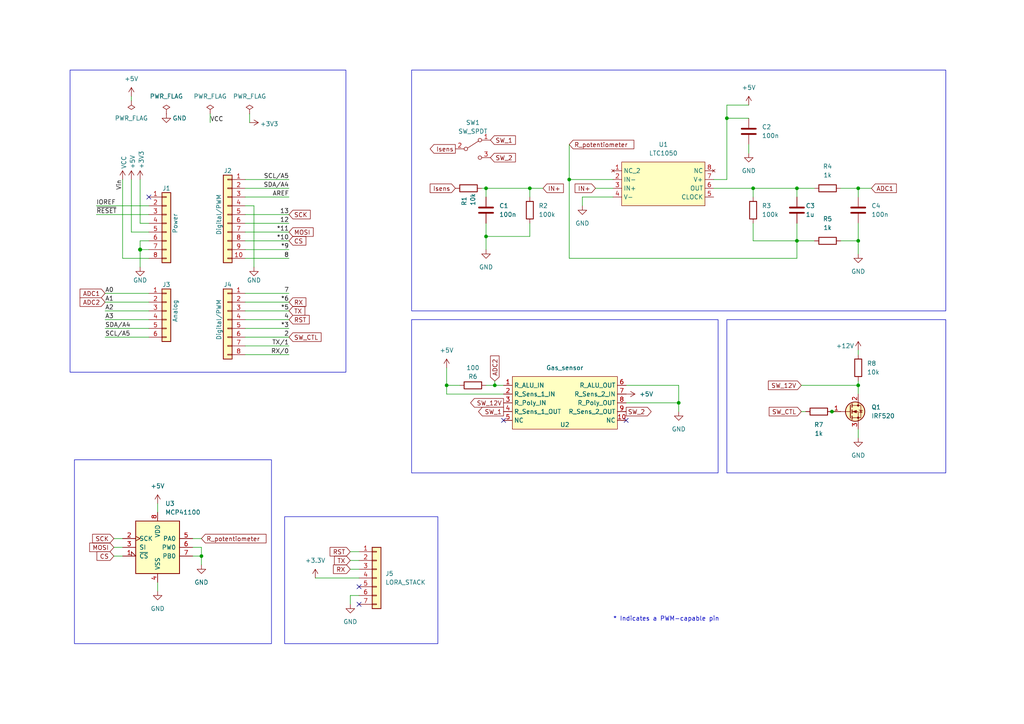
<source format=kicad_sch>
(kicad_sch (version 20230121) (generator eeschema)

  (uuid e63e39d7-6ac0-4ffd-8aa3-1841a4541b55)

  (paper "A4")

  (title_block
    (date "mar. 31 mars 2015")
  )

  (lib_symbols
    (symbol "Connector_Generic:Conn_01x06" (pin_names (offset 1.016) hide) (in_bom yes) (on_board yes)
      (property "Reference" "J" (at 0 7.62 0)
        (effects (font (size 1.27 1.27)))
      )
      (property "Value" "Conn_01x06" (at 0 -10.16 0)
        (effects (font (size 1.27 1.27)))
      )
      (property "Footprint" "" (at 0 0 0)
        (effects (font (size 1.27 1.27)) hide)
      )
      (property "Datasheet" "~" (at 0 0 0)
        (effects (font (size 1.27 1.27)) hide)
      )
      (property "ki_keywords" "connector" (at 0 0 0)
        (effects (font (size 1.27 1.27)) hide)
      )
      (property "ki_description" "Generic connector, single row, 01x06, script generated (kicad-library-utils/schlib/autogen/connector/)" (at 0 0 0)
        (effects (font (size 1.27 1.27)) hide)
      )
      (property "ki_fp_filters" "Connector*:*_1x??_*" (at 0 0 0)
        (effects (font (size 1.27 1.27)) hide)
      )
      (symbol "Conn_01x06_1_1"
        (rectangle (start -1.27 -7.493) (end 0 -7.747)
          (stroke (width 0.1524) (type default))
          (fill (type none))
        )
        (rectangle (start -1.27 -4.953) (end 0 -5.207)
          (stroke (width 0.1524) (type default))
          (fill (type none))
        )
        (rectangle (start -1.27 -2.413) (end 0 -2.667)
          (stroke (width 0.1524) (type default))
          (fill (type none))
        )
        (rectangle (start -1.27 0.127) (end 0 -0.127)
          (stroke (width 0.1524) (type default))
          (fill (type none))
        )
        (rectangle (start -1.27 2.667) (end 0 2.413)
          (stroke (width 0.1524) (type default))
          (fill (type none))
        )
        (rectangle (start -1.27 5.207) (end 0 4.953)
          (stroke (width 0.1524) (type default))
          (fill (type none))
        )
        (rectangle (start -1.27 6.35) (end 1.27 -8.89)
          (stroke (width 0.254) (type default))
          (fill (type background))
        )
        (pin passive line (at -5.08 5.08 0) (length 3.81)
          (name "Pin_1" (effects (font (size 1.27 1.27))))
          (number "1" (effects (font (size 1.27 1.27))))
        )
        (pin passive line (at -5.08 2.54 0) (length 3.81)
          (name "Pin_2" (effects (font (size 1.27 1.27))))
          (number "2" (effects (font (size 1.27 1.27))))
        )
        (pin passive line (at -5.08 0 0) (length 3.81)
          (name "Pin_3" (effects (font (size 1.27 1.27))))
          (number "3" (effects (font (size 1.27 1.27))))
        )
        (pin passive line (at -5.08 -2.54 0) (length 3.81)
          (name "Pin_4" (effects (font (size 1.27 1.27))))
          (number "4" (effects (font (size 1.27 1.27))))
        )
        (pin passive line (at -5.08 -5.08 0) (length 3.81)
          (name "Pin_5" (effects (font (size 1.27 1.27))))
          (number "5" (effects (font (size 1.27 1.27))))
        )
        (pin passive line (at -5.08 -7.62 0) (length 3.81)
          (name "Pin_6" (effects (font (size 1.27 1.27))))
          (number "6" (effects (font (size 1.27 1.27))))
        )
      )
    )
    (symbol "Connector_Generic:Conn_01x07" (pin_names (offset 1.016) hide) (in_bom yes) (on_board yes)
      (property "Reference" "J" (at 0 10.16 0)
        (effects (font (size 1.27 1.27)))
      )
      (property "Value" "Conn_01x07" (at 0 -10.16 0)
        (effects (font (size 1.27 1.27)))
      )
      (property "Footprint" "" (at 0 0 0)
        (effects (font (size 1.27 1.27)) hide)
      )
      (property "Datasheet" "~" (at 0 0 0)
        (effects (font (size 1.27 1.27)) hide)
      )
      (property "ki_keywords" "connector" (at 0 0 0)
        (effects (font (size 1.27 1.27)) hide)
      )
      (property "ki_description" "Generic connector, single row, 01x07, script generated (kicad-library-utils/schlib/autogen/connector/)" (at 0 0 0)
        (effects (font (size 1.27 1.27)) hide)
      )
      (property "ki_fp_filters" "Connector*:*_1x??_*" (at 0 0 0)
        (effects (font (size 1.27 1.27)) hide)
      )
      (symbol "Conn_01x07_1_1"
        (rectangle (start -1.27 -7.493) (end 0 -7.747)
          (stroke (width 0.1524) (type default))
          (fill (type none))
        )
        (rectangle (start -1.27 -4.953) (end 0 -5.207)
          (stroke (width 0.1524) (type default))
          (fill (type none))
        )
        (rectangle (start -1.27 -2.413) (end 0 -2.667)
          (stroke (width 0.1524) (type default))
          (fill (type none))
        )
        (rectangle (start -1.27 0.127) (end 0 -0.127)
          (stroke (width 0.1524) (type default))
          (fill (type none))
        )
        (rectangle (start -1.27 2.667) (end 0 2.413)
          (stroke (width 0.1524) (type default))
          (fill (type none))
        )
        (rectangle (start -1.27 5.207) (end 0 4.953)
          (stroke (width 0.1524) (type default))
          (fill (type none))
        )
        (rectangle (start -1.27 7.747) (end 0 7.493)
          (stroke (width 0.1524) (type default))
          (fill (type none))
        )
        (rectangle (start -1.27 8.89) (end 1.27 -8.89)
          (stroke (width 0.254) (type default))
          (fill (type background))
        )
        (pin passive line (at -5.08 7.62 0) (length 3.81)
          (name "Pin_1" (effects (font (size 1.27 1.27))))
          (number "1" (effects (font (size 1.27 1.27))))
        )
        (pin passive line (at -5.08 5.08 0) (length 3.81)
          (name "Pin_2" (effects (font (size 1.27 1.27))))
          (number "2" (effects (font (size 1.27 1.27))))
        )
        (pin passive line (at -5.08 2.54 0) (length 3.81)
          (name "Pin_3" (effects (font (size 1.27 1.27))))
          (number "3" (effects (font (size 1.27 1.27))))
        )
        (pin passive line (at -5.08 0 0) (length 3.81)
          (name "Pin_4" (effects (font (size 1.27 1.27))))
          (number "4" (effects (font (size 1.27 1.27))))
        )
        (pin passive line (at -5.08 -2.54 0) (length 3.81)
          (name "Pin_5" (effects (font (size 1.27 1.27))))
          (number "5" (effects (font (size 1.27 1.27))))
        )
        (pin passive line (at -5.08 -5.08 0) (length 3.81)
          (name "Pin_6" (effects (font (size 1.27 1.27))))
          (number "6" (effects (font (size 1.27 1.27))))
        )
        (pin passive line (at -5.08 -7.62 0) (length 3.81)
          (name "Pin_7" (effects (font (size 1.27 1.27))))
          (number "7" (effects (font (size 1.27 1.27))))
        )
      )
    )
    (symbol "Connector_Generic:Conn_01x08" (pin_names (offset 1.016) hide) (in_bom yes) (on_board yes)
      (property "Reference" "J" (at 0 10.16 0)
        (effects (font (size 1.27 1.27)))
      )
      (property "Value" "Conn_01x08" (at 0 -12.7 0)
        (effects (font (size 1.27 1.27)))
      )
      (property "Footprint" "" (at 0 0 0)
        (effects (font (size 1.27 1.27)) hide)
      )
      (property "Datasheet" "~" (at 0 0 0)
        (effects (font (size 1.27 1.27)) hide)
      )
      (property "ki_keywords" "connector" (at 0 0 0)
        (effects (font (size 1.27 1.27)) hide)
      )
      (property "ki_description" "Generic connector, single row, 01x08, script generated (kicad-library-utils/schlib/autogen/connector/)" (at 0 0 0)
        (effects (font (size 1.27 1.27)) hide)
      )
      (property "ki_fp_filters" "Connector*:*_1x??_*" (at 0 0 0)
        (effects (font (size 1.27 1.27)) hide)
      )
      (symbol "Conn_01x08_1_1"
        (rectangle (start -1.27 -10.033) (end 0 -10.287)
          (stroke (width 0.1524) (type default))
          (fill (type none))
        )
        (rectangle (start -1.27 -7.493) (end 0 -7.747)
          (stroke (width 0.1524) (type default))
          (fill (type none))
        )
        (rectangle (start -1.27 -4.953) (end 0 -5.207)
          (stroke (width 0.1524) (type default))
          (fill (type none))
        )
        (rectangle (start -1.27 -2.413) (end 0 -2.667)
          (stroke (width 0.1524) (type default))
          (fill (type none))
        )
        (rectangle (start -1.27 0.127) (end 0 -0.127)
          (stroke (width 0.1524) (type default))
          (fill (type none))
        )
        (rectangle (start -1.27 2.667) (end 0 2.413)
          (stroke (width 0.1524) (type default))
          (fill (type none))
        )
        (rectangle (start -1.27 5.207) (end 0 4.953)
          (stroke (width 0.1524) (type default))
          (fill (type none))
        )
        (rectangle (start -1.27 7.747) (end 0 7.493)
          (stroke (width 0.1524) (type default))
          (fill (type none))
        )
        (rectangle (start -1.27 8.89) (end 1.27 -11.43)
          (stroke (width 0.254) (type default))
          (fill (type background))
        )
        (pin passive line (at -5.08 7.62 0) (length 3.81)
          (name "Pin_1" (effects (font (size 1.27 1.27))))
          (number "1" (effects (font (size 1.27 1.27))))
        )
        (pin passive line (at -5.08 5.08 0) (length 3.81)
          (name "Pin_2" (effects (font (size 1.27 1.27))))
          (number "2" (effects (font (size 1.27 1.27))))
        )
        (pin passive line (at -5.08 2.54 0) (length 3.81)
          (name "Pin_3" (effects (font (size 1.27 1.27))))
          (number "3" (effects (font (size 1.27 1.27))))
        )
        (pin passive line (at -5.08 0 0) (length 3.81)
          (name "Pin_4" (effects (font (size 1.27 1.27))))
          (number "4" (effects (font (size 1.27 1.27))))
        )
        (pin passive line (at -5.08 -2.54 0) (length 3.81)
          (name "Pin_5" (effects (font (size 1.27 1.27))))
          (number "5" (effects (font (size 1.27 1.27))))
        )
        (pin passive line (at -5.08 -5.08 0) (length 3.81)
          (name "Pin_6" (effects (font (size 1.27 1.27))))
          (number "6" (effects (font (size 1.27 1.27))))
        )
        (pin passive line (at -5.08 -7.62 0) (length 3.81)
          (name "Pin_7" (effects (font (size 1.27 1.27))))
          (number "7" (effects (font (size 1.27 1.27))))
        )
        (pin passive line (at -5.08 -10.16 0) (length 3.81)
          (name "Pin_8" (effects (font (size 1.27 1.27))))
          (number "8" (effects (font (size 1.27 1.27))))
        )
      )
    )
    (symbol "Connector_Generic:Conn_01x10" (pin_names (offset 1.016) hide) (in_bom yes) (on_board yes)
      (property "Reference" "J" (at 0 12.7 0)
        (effects (font (size 1.27 1.27)))
      )
      (property "Value" "Conn_01x10" (at 0 -15.24 0)
        (effects (font (size 1.27 1.27)))
      )
      (property "Footprint" "" (at 0 0 0)
        (effects (font (size 1.27 1.27)) hide)
      )
      (property "Datasheet" "~" (at 0 0 0)
        (effects (font (size 1.27 1.27)) hide)
      )
      (property "ki_keywords" "connector" (at 0 0 0)
        (effects (font (size 1.27 1.27)) hide)
      )
      (property "ki_description" "Generic connector, single row, 01x10, script generated (kicad-library-utils/schlib/autogen/connector/)" (at 0 0 0)
        (effects (font (size 1.27 1.27)) hide)
      )
      (property "ki_fp_filters" "Connector*:*_1x??_*" (at 0 0 0)
        (effects (font (size 1.27 1.27)) hide)
      )
      (symbol "Conn_01x10_1_1"
        (rectangle (start -1.27 -12.573) (end 0 -12.827)
          (stroke (width 0.1524) (type default))
          (fill (type none))
        )
        (rectangle (start -1.27 -10.033) (end 0 -10.287)
          (stroke (width 0.1524) (type default))
          (fill (type none))
        )
        (rectangle (start -1.27 -7.493) (end 0 -7.747)
          (stroke (width 0.1524) (type default))
          (fill (type none))
        )
        (rectangle (start -1.27 -4.953) (end 0 -5.207)
          (stroke (width 0.1524) (type default))
          (fill (type none))
        )
        (rectangle (start -1.27 -2.413) (end 0 -2.667)
          (stroke (width 0.1524) (type default))
          (fill (type none))
        )
        (rectangle (start -1.27 0.127) (end 0 -0.127)
          (stroke (width 0.1524) (type default))
          (fill (type none))
        )
        (rectangle (start -1.27 2.667) (end 0 2.413)
          (stroke (width 0.1524) (type default))
          (fill (type none))
        )
        (rectangle (start -1.27 5.207) (end 0 4.953)
          (stroke (width 0.1524) (type default))
          (fill (type none))
        )
        (rectangle (start -1.27 7.747) (end 0 7.493)
          (stroke (width 0.1524) (type default))
          (fill (type none))
        )
        (rectangle (start -1.27 10.287) (end 0 10.033)
          (stroke (width 0.1524) (type default))
          (fill (type none))
        )
        (rectangle (start -1.27 11.43) (end 1.27 -13.97)
          (stroke (width 0.254) (type default))
          (fill (type background))
        )
        (pin passive line (at -5.08 10.16 0) (length 3.81)
          (name "Pin_1" (effects (font (size 1.27 1.27))))
          (number "1" (effects (font (size 1.27 1.27))))
        )
        (pin passive line (at -5.08 -12.7 0) (length 3.81)
          (name "Pin_10" (effects (font (size 1.27 1.27))))
          (number "10" (effects (font (size 1.27 1.27))))
        )
        (pin passive line (at -5.08 7.62 0) (length 3.81)
          (name "Pin_2" (effects (font (size 1.27 1.27))))
          (number "2" (effects (font (size 1.27 1.27))))
        )
        (pin passive line (at -5.08 5.08 0) (length 3.81)
          (name "Pin_3" (effects (font (size 1.27 1.27))))
          (number "3" (effects (font (size 1.27 1.27))))
        )
        (pin passive line (at -5.08 2.54 0) (length 3.81)
          (name "Pin_4" (effects (font (size 1.27 1.27))))
          (number "4" (effects (font (size 1.27 1.27))))
        )
        (pin passive line (at -5.08 0 0) (length 3.81)
          (name "Pin_5" (effects (font (size 1.27 1.27))))
          (number "5" (effects (font (size 1.27 1.27))))
        )
        (pin passive line (at -5.08 -2.54 0) (length 3.81)
          (name "Pin_6" (effects (font (size 1.27 1.27))))
          (number "6" (effects (font (size 1.27 1.27))))
        )
        (pin passive line (at -5.08 -5.08 0) (length 3.81)
          (name "Pin_7" (effects (font (size 1.27 1.27))))
          (number "7" (effects (font (size 1.27 1.27))))
        )
        (pin passive line (at -5.08 -7.62 0) (length 3.81)
          (name "Pin_8" (effects (font (size 1.27 1.27))))
          (number "8" (effects (font (size 1.27 1.27))))
        )
        (pin passive line (at -5.08 -10.16 0) (length 3.81)
          (name "Pin_9" (effects (font (size 1.27 1.27))))
          (number "9" (effects (font (size 1.27 1.27))))
        )
      )
    )
    (symbol "Device:C" (pin_numbers hide) (pin_names (offset 0.254)) (in_bom yes) (on_board yes)
      (property "Reference" "C" (at 0.635 2.54 0)
        (effects (font (size 1.27 1.27)) (justify left))
      )
      (property "Value" "C" (at 0.635 -2.54 0)
        (effects (font (size 1.27 1.27)) (justify left))
      )
      (property "Footprint" "" (at 0.9652 -3.81 0)
        (effects (font (size 1.27 1.27)) hide)
      )
      (property "Datasheet" "~" (at 0 0 0)
        (effects (font (size 1.27 1.27)) hide)
      )
      (property "ki_keywords" "cap capacitor" (at 0 0 0)
        (effects (font (size 1.27 1.27)) hide)
      )
      (property "ki_description" "Unpolarized capacitor" (at 0 0 0)
        (effects (font (size 1.27 1.27)) hide)
      )
      (property "ki_fp_filters" "C_*" (at 0 0 0)
        (effects (font (size 1.27 1.27)) hide)
      )
      (symbol "C_0_1"
        (polyline
          (pts
            (xy -2.032 -0.762)
            (xy 2.032 -0.762)
          )
          (stroke (width 0.508) (type default))
          (fill (type none))
        )
        (polyline
          (pts
            (xy -2.032 0.762)
            (xy 2.032 0.762)
          )
          (stroke (width 0.508) (type default))
          (fill (type none))
        )
      )
      (symbol "C_1_1"
        (pin passive line (at 0 3.81 270) (length 2.794)
          (name "~" (effects (font (size 1.27 1.27))))
          (number "1" (effects (font (size 1.27 1.27))))
        )
        (pin passive line (at 0 -3.81 90) (length 2.794)
          (name "~" (effects (font (size 1.27 1.27))))
          (number "2" (effects (font (size 1.27 1.27))))
        )
      )
    )
    (symbol "Device:R" (pin_numbers hide) (pin_names (offset 0)) (in_bom yes) (on_board yes)
      (property "Reference" "R" (at 2.032 0 90)
        (effects (font (size 1.27 1.27)))
      )
      (property "Value" "R" (at 0 0 90)
        (effects (font (size 1.27 1.27)))
      )
      (property "Footprint" "" (at -1.778 0 90)
        (effects (font (size 1.27 1.27)) hide)
      )
      (property "Datasheet" "~" (at 0 0 0)
        (effects (font (size 1.27 1.27)) hide)
      )
      (property "ki_keywords" "R res resistor" (at 0 0 0)
        (effects (font (size 1.27 1.27)) hide)
      )
      (property "ki_description" "Resistor" (at 0 0 0)
        (effects (font (size 1.27 1.27)) hide)
      )
      (property "ki_fp_filters" "R_*" (at 0 0 0)
        (effects (font (size 1.27 1.27)) hide)
      )
      (symbol "R_0_1"
        (rectangle (start -1.016 -2.54) (end 1.016 2.54)
          (stroke (width 0.254) (type default))
          (fill (type none))
        )
      )
      (symbol "R_1_1"
        (pin passive line (at 0 3.81 270) (length 1.27)
          (name "~" (effects (font (size 1.27 1.27))))
          (number "1" (effects (font (size 1.27 1.27))))
        )
        (pin passive line (at 0 -3.81 90) (length 1.27)
          (name "~" (effects (font (size 1.27 1.27))))
          (number "2" (effects (font (size 1.27 1.27))))
        )
      )
    )
    (symbol "GND_1" (power) (pin_names (offset 0)) (in_bom yes) (on_board yes)
      (property "Reference" "#PWR" (at 0 -6.35 0)
        (effects (font (size 1.27 1.27)) hide)
      )
      (property "Value" "GND_1" (at 0 -3.81 0)
        (effects (font (size 1.27 1.27)))
      )
      (property "Footprint" "" (at 0 0 0)
        (effects (font (size 1.27 1.27)) hide)
      )
      (property "Datasheet" "" (at 0 0 0)
        (effects (font (size 1.27 1.27)) hide)
      )
      (property "ki_keywords" "global power" (at 0 0 0)
        (effects (font (size 1.27 1.27)) hide)
      )
      (property "ki_description" "Power symbol creates a global label with name \"GND\" , ground" (at 0 0 0)
        (effects (font (size 1.27 1.27)) hide)
      )
      (symbol "GND_1_0_1"
        (polyline
          (pts
            (xy 0 0)
            (xy 0 -1.27)
            (xy 1.27 -1.27)
            (xy 0 -2.54)
            (xy -1.27 -1.27)
            (xy 0 -1.27)
          )
          (stroke (width 0) (type default))
          (fill (type none))
        )
      )
      (symbol "GND_1_1_1"
        (pin power_in line (at 0 0 270) (length 0) hide
          (name "GND" (effects (font (size 1.27 1.27))))
          (number "1" (effects (font (size 1.27 1.27))))
        )
      )
    )
    (symbol "Potentiometer_Digital:MCP41100" (pin_names (offset 1.016)) (in_bom yes) (on_board yes)
      (property "Reference" "U3" (at 2.1941 12.7 0)
        (effects (font (size 1.27 1.27)) (justify left))
      )
      (property "Value" "MCP41100" (at 2.1941 10.16 0)
        (effects (font (size 1.27 1.27)) (justify left))
      )
      (property "Footprint" "Package_DIP:DIP-8_W7.62mm" (at 0 0 0)
        (effects (font (size 1.27 1.27)) hide)
      )
      (property "Datasheet" "http://ww1.microchip.com/downloads/en/DeviceDoc/11195c.pdf" (at 0 0 0)
        (effects (font (size 1.27 1.27)) hide)
      )
      (property "ki_keywords" "R POT" (at 0 0 0)
        (effects (font (size 1.27 1.27)) hide)
      )
      (property "ki_description" "Single Digital Potentiometer, SPI interface, 256 taps, 100 kohm" (at 0 0 0)
        (effects (font (size 1.27 1.27)) hide)
      )
      (property "ki_fp_filters" "DIP*W7.62mm* SOIC*P1.27mm*" (at 0 0 0)
        (effects (font (size 1.27 1.27)) hide)
      )
      (symbol "MCP41100_1_1"
        (rectangle (start -6.35 7.62) (end 6.35 -7.62)
          (stroke (width 0.254) (type default))
          (fill (type background))
        )
        (pin input input_low (at -10.16 -2.54 0) (length 3.81)
          (name "~{CS}" (effects (font (size 1.27 1.27))))
          (number "1" (effects (font (size 1.27 1.27))))
        )
        (pin passive clock (at -10.16 2.54 0) (length 3.81)
          (name "SCK" (effects (font (size 1.27 1.27))))
          (number "2" (effects (font (size 1.27 1.27))))
        )
        (pin input line (at -10.16 0 0) (length 3.81)
          (name "SI" (effects (font (size 1.27 1.27))))
          (number "3" (effects (font (size 1.27 1.27))))
        )
        (pin power_in line (at 0 -10.16 90) (length 2.54)
          (name "VSS" (effects (font (size 1.27 1.27))))
          (number "4" (effects (font (size 1.27 1.27))))
        )
        (pin passive line (at 10.16 2.54 180) (length 3.81)
          (name "PA0" (effects (font (size 1.27 1.27))))
          (number "5" (effects (font (size 1.27 1.27))))
        )
        (pin passive line (at 10.16 0 180) (length 3.81)
          (name "PW0" (effects (font (size 1.27 1.27))))
          (number "6" (effects (font (size 1.27 1.27))))
        )
        (pin passive line (at 10.16 -2.54 180) (length 3.81)
          (name "PB0" (effects (font (size 1.27 1.27))))
          (number "7" (effects (font (size 1.27 1.27))))
        )
        (pin power_in line (at 0 10.16 270) (length 2.54)
          (name "VDD" (effects (font (size 1.27 1.27))))
          (number "8" (effects (font (size 1.27 1.27))))
        )
      )
    )
    (symbol "Shield_Library:LTC1050" (in_bom yes) (on_board yes)
      (property "Reference" "U1" (at 4.445 2.54 0)
        (effects (font (size 1.27 1.27)))
      )
      (property "Value" "LTC1050" (at 4.445 0 0)
        (effects (font (size 1.27 1.27)))
      )
      (property "Footprint" "Kicad_capteur:LTC1050" (at 0 0 0)
        (effects (font (size 1.27 1.27)) hide)
      )
      (property "Datasheet" "" (at 0 0 0)
        (effects (font (size 1.27 1.27)) hide)
      )
      (symbol "LTC1050_1_1"
        (rectangle (start -7.62 -2.54) (end 16.51 -15.24)
          (stroke (width 0) (type default))
          (fill (type background))
        )
        (pin no_connect line (at -10.16 -5.08 0) (length 2.54)
          (name "NC_2" (effects (font (size 1.27 1.27))))
          (number "1" (effects (font (size 1.27 1.27))))
        )
        (pin input line (at -10.16 -7.62 0) (length 2.54)
          (name "IN-" (effects (font (size 1.27 1.27))))
          (number "2" (effects (font (size 1.27 1.27))))
        )
        (pin input line (at -10.16 -10.16 0) (length 2.54)
          (name "IN+" (effects (font (size 1.27 1.27))))
          (number "3" (effects (font (size 1.27 1.27))))
        )
        (pin input line (at -10.16 -12.7 0) (length 2.54)
          (name "V-" (effects (font (size 1.27 1.27))))
          (number "4" (effects (font (size 1.27 1.27))))
        )
        (pin input line (at 19.05 -12.7 180) (length 2.54)
          (name "CLOCK" (effects (font (size 1.27 1.27))))
          (number "5" (effects (font (size 1.27 1.27))))
        )
        (pin output line (at 19.05 -10.16 180) (length 2.54)
          (name "OUT" (effects (font (size 1.27 1.27))))
          (number "6" (effects (font (size 1.27 1.27))))
        )
        (pin input line (at 19.05 -7.62 180) (length 2.54)
          (name "V+" (effects (font (size 1.27 1.27))))
          (number "7" (effects (font (size 1.27 1.27))))
        )
        (pin no_connect line (at 19.05 -5.08 180) (length 2.54)
          (name "NC" (effects (font (size 1.27 1.27))))
          (number "8" (effects (font (size 1.27 1.27))))
        )
      )
    )
    (symbol "Smart_Sensor:TO_5" (in_bom yes) (on_board yes)
      (property "Reference" "U2" (at 0 -3.81 0)
        (effects (font (size 1.27 1.27)))
      )
      (property "Value" "Gas_sensor" (at 0 12.7 0)
        (effects (font (size 1.27 1.27)))
      )
      (property "Footprint" "Kicad_capteur:FP_Capteur" (at -43.942 36.068 0)
        (effects (font (size 1.27 1.27)) hide)
      )
      (property "Datasheet" "" (at -43.942 36.068 0)
        (effects (font (size 1.27 1.27)) hide)
      )
      (symbol "TO_5_1_1"
        (rectangle (start -15.24 10.16) (end 15.24 -5.08)
          (stroke (width 0.1524) (type default))
          (fill (type background))
        )
        (pin input line (at -17.78 7.62 0) (length 2.54)
          (name "R_ALU_IN" (effects (font (size 1.27 1.27))))
          (number "1" (effects (font (size 1.27 1.27))))
        )
        (pin input line (at 17.78 -2.54 180) (length 2.54)
          (name "NC" (effects (font (size 1.27 1.27))))
          (number "10" (effects (font (size 1.27 1.27))))
        )
        (pin input line (at -17.78 5.08 0) (length 2.54)
          (name "R_Sens_1_IN" (effects (font (size 1.27 1.27))))
          (number "2" (effects (font (size 1.27 1.27))))
        )
        (pin input line (at -17.78 2.54 0) (length 2.54)
          (name "R_Poly_IN" (effects (font (size 1.27 1.27))))
          (number "3" (effects (font (size 1.27 1.27))))
        )
        (pin input line (at -17.78 0 0) (length 2.54)
          (name "R_Sens_1_OUT" (effects (font (size 1.27 1.27))))
          (number "4" (effects (font (size 1.27 1.27))))
        )
        (pin input line (at -17.78 -2.54 0) (length 2.54)
          (name "NC" (effects (font (size 1.27 1.27))))
          (number "5" (effects (font (size 1.27 1.27))))
        )
        (pin input line (at 17.78 7.62 180) (length 2.54)
          (name "R_ALU_OUT" (effects (font (size 1.27 1.27))))
          (number "6" (effects (font (size 1.27 1.27))))
        )
        (pin input line (at 17.78 5.08 180) (length 2.54)
          (name "R_Sens_2_IN" (effects (font (size 1.27 1.27))))
          (number "7" (effects (font (size 1.27 1.27))))
        )
        (pin input line (at 17.78 2.54 180) (length 2.54)
          (name "R_Poly_OUT" (effects (font (size 1.27 1.27))))
          (number "8" (effects (font (size 1.27 1.27))))
        )
        (pin input line (at 17.78 0 180) (length 2.54)
          (name "R_Sens_2_OUT" (effects (font (size 1.27 1.27))))
          (number "9" (effects (font (size 1.27 1.27))))
        )
      )
    )
    (symbol "Switch:SW_SPDT" (pin_names (offset 0) hide) (in_bom yes) (on_board yes)
      (property "Reference" "SW" (at 0 4.318 0)
        (effects (font (size 1.27 1.27)))
      )
      (property "Value" "SW_SPDT" (at 0 -5.08 0)
        (effects (font (size 1.27 1.27)))
      )
      (property "Footprint" "" (at 0 0 0)
        (effects (font (size 1.27 1.27)) hide)
      )
      (property "Datasheet" "~" (at 0 0 0)
        (effects (font (size 1.27 1.27)) hide)
      )
      (property "ki_keywords" "switch single-pole double-throw spdt ON-ON" (at 0 0 0)
        (effects (font (size 1.27 1.27)) hide)
      )
      (property "ki_description" "Switch, single pole double throw" (at 0 0 0)
        (effects (font (size 1.27 1.27)) hide)
      )
      (symbol "SW_SPDT_0_0"
        (circle (center -2.032 0) (radius 0.508)
          (stroke (width 0) (type default))
          (fill (type none))
        )
        (circle (center 2.032 -2.54) (radius 0.508)
          (stroke (width 0) (type default))
          (fill (type none))
        )
      )
      (symbol "SW_SPDT_0_1"
        (polyline
          (pts
            (xy -1.524 0.254)
            (xy 1.651 2.286)
          )
          (stroke (width 0) (type default))
          (fill (type none))
        )
        (circle (center 2.032 2.54) (radius 0.508)
          (stroke (width 0) (type default))
          (fill (type none))
        )
      )
      (symbol "SW_SPDT_1_1"
        (pin passive line (at 5.08 2.54 180) (length 2.54)
          (name "A" (effects (font (size 1.27 1.27))))
          (number "1" (effects (font (size 1.27 1.27))))
        )
        (pin passive line (at -5.08 0 0) (length 2.54)
          (name "B" (effects (font (size 1.27 1.27))))
          (number "2" (effects (font (size 1.27 1.27))))
        )
        (pin passive line (at 5.08 -2.54 180) (length 2.54)
          (name "C" (effects (font (size 1.27 1.27))))
          (number "3" (effects (font (size 1.27 1.27))))
        )
      )
    )
    (symbol "Transistor_FET:IRF540N" (pin_names hide) (in_bom yes) (on_board yes)
      (property "Reference" "Q1" (at 6.35 1.27 0)
        (effects (font (size 1.27 1.27)) (justify left))
      )
      (property "Value" "IRF520" (at 6.35 -1.27 0)
        (effects (font (size 1.27 1.27)) (justify left))
      )
      (property "Footprint" "Package_TO_SOT_THT:TO-220-3_Vertical" (at 6.35 -1.905 0)
        (effects (font (size 1.27 1.27) italic) (justify left) hide)
      )
      (property "Datasheet" "http://www.irf.com/product-info/datasheets/data/irf540n.pdf" (at 0 0 0)
        (effects (font (size 1.27 1.27)) (justify left) hide)
      )
      (property "ki_keywords" "HEXFET N-Channel MOSFET" (at 0 0 0)
        (effects (font (size 1.27 1.27)) hide)
      )
      (property "ki_description" "33A Id, 100V Vds, HEXFET N-Channel MOSFET, TO-220" (at 0 0 0)
        (effects (font (size 1.27 1.27)) hide)
      )
      (property "ki_fp_filters" "TO?220*" (at 0 0 0)
        (effects (font (size 1.27 1.27)) hide)
      )
      (symbol "IRF540N_0_1"
        (polyline
          (pts
            (xy 0.254 0)
            (xy -2.54 0)
          )
          (stroke (width 0) (type default))
          (fill (type none))
        )
        (polyline
          (pts
            (xy 0.254 1.905)
            (xy 0.254 -1.905)
          )
          (stroke (width 0.254) (type default))
          (fill (type none))
        )
        (polyline
          (pts
            (xy 0.762 -1.27)
            (xy 0.762 -2.286)
          )
          (stroke (width 0.254) (type default))
          (fill (type none))
        )
        (polyline
          (pts
            (xy 0.762 0.508)
            (xy 0.762 -0.508)
          )
          (stroke (width 0.254) (type default))
          (fill (type none))
        )
        (polyline
          (pts
            (xy 0.762 2.286)
            (xy 0.762 1.27)
          )
          (stroke (width 0.254) (type default))
          (fill (type none))
        )
        (polyline
          (pts
            (xy 2.54 2.54)
            (xy 2.54 1.778)
          )
          (stroke (width 0) (type default))
          (fill (type none))
        )
        (polyline
          (pts
            (xy 2.54 -2.54)
            (xy 2.54 0)
            (xy 0.762 0)
          )
          (stroke (width 0) (type default))
          (fill (type none))
        )
        (polyline
          (pts
            (xy 0.762 -1.778)
            (xy 3.302 -1.778)
            (xy 3.302 1.778)
            (xy 0.762 1.778)
          )
          (stroke (width 0) (type default))
          (fill (type none))
        )
        (polyline
          (pts
            (xy 1.016 0)
            (xy 2.032 0.381)
            (xy 2.032 -0.381)
            (xy 1.016 0)
          )
          (stroke (width 0) (type default))
          (fill (type outline))
        )
        (polyline
          (pts
            (xy 2.794 0.508)
            (xy 2.921 0.381)
            (xy 3.683 0.381)
            (xy 3.81 0.254)
          )
          (stroke (width 0) (type default))
          (fill (type none))
        )
        (polyline
          (pts
            (xy 3.302 0.381)
            (xy 2.921 -0.254)
            (xy 3.683 -0.254)
            (xy 3.302 0.381)
          )
          (stroke (width 0) (type default))
          (fill (type none))
        )
        (circle (center 2.54 -1.778) (radius 0.254)
          (stroke (width 0) (type default))
          (fill (type outline))
        )
        (circle (center 2.54 1.778) (radius 0.254)
          (stroke (width 0) (type default))
          (fill (type outline))
        )
      )
      (symbol "IRF540N_1_1"
        (circle (center 1.651 0) (radius 2.794)
          (stroke (width 0.254) (type default))
          (fill (type background))
        )
        (pin input line (at -5.08 0 0) (length 2.54)
          (name "G" (effects (font (size 1.27 1.27))))
          (number "1" (effects (font (size 1.27 1.27))))
        )
        (pin passive line (at 2.54 5.08 270) (length 2.54)
          (name "D" (effects (font (size 1.27 1.27))))
          (number "2" (effects (font (size 1.27 1.27))))
        )
        (pin passive line (at 2.54 -5.08 90) (length 2.54)
          (name "S" (effects (font (size 1.27 1.27))))
          (number "3" (effects (font (size 1.27 1.27))))
        )
      )
    )
    (symbol "power:+12V" (power) (pin_names (offset 0)) (in_bom yes) (on_board yes)
      (property "Reference" "#PWR" (at 0 -3.81 0)
        (effects (font (size 1.27 1.27)) hide)
      )
      (property "Value" "+12V" (at 0 3.556 0)
        (effects (font (size 1.27 1.27)))
      )
      (property "Footprint" "" (at 0 0 0)
        (effects (font (size 1.27 1.27)) hide)
      )
      (property "Datasheet" "" (at 0 0 0)
        (effects (font (size 1.27 1.27)) hide)
      )
      (property "ki_keywords" "global power" (at 0 0 0)
        (effects (font (size 1.27 1.27)) hide)
      )
      (property "ki_description" "Power symbol creates a global label with name \"+12V\"" (at 0 0 0)
        (effects (font (size 1.27 1.27)) hide)
      )
      (symbol "+12V_0_1"
        (polyline
          (pts
            (xy -0.762 1.27)
            (xy 0 2.54)
          )
          (stroke (width 0) (type default))
          (fill (type none))
        )
        (polyline
          (pts
            (xy 0 0)
            (xy 0 2.54)
          )
          (stroke (width 0) (type default))
          (fill (type none))
        )
        (polyline
          (pts
            (xy 0 2.54)
            (xy 0.762 1.27)
          )
          (stroke (width 0) (type default))
          (fill (type none))
        )
      )
      (symbol "+12V_1_1"
        (pin power_in line (at 0 0 90) (length 0) hide
          (name "+12V" (effects (font (size 1.27 1.27))))
          (number "1" (effects (font (size 1.27 1.27))))
        )
      )
    )
    (symbol "power:+3.3V" (power) (pin_names (offset 0)) (in_bom yes) (on_board yes)
      (property "Reference" "#PWR" (at 0 -3.81 0)
        (effects (font (size 1.27 1.27)) hide)
      )
      (property "Value" "+3.3V" (at 0 3.556 0)
        (effects (font (size 1.27 1.27)))
      )
      (property "Footprint" "" (at 0 0 0)
        (effects (font (size 1.27 1.27)) hide)
      )
      (property "Datasheet" "" (at 0 0 0)
        (effects (font (size 1.27 1.27)) hide)
      )
      (property "ki_keywords" "global power" (at 0 0 0)
        (effects (font (size 1.27 1.27)) hide)
      )
      (property "ki_description" "Power symbol creates a global label with name \"+3.3V\"" (at 0 0 0)
        (effects (font (size 1.27 1.27)) hide)
      )
      (symbol "+3.3V_0_1"
        (polyline
          (pts
            (xy -0.762 1.27)
            (xy 0 2.54)
          )
          (stroke (width 0) (type default))
          (fill (type none))
        )
        (polyline
          (pts
            (xy 0 0)
            (xy 0 2.54)
          )
          (stroke (width 0) (type default))
          (fill (type none))
        )
        (polyline
          (pts
            (xy 0 2.54)
            (xy 0.762 1.27)
          )
          (stroke (width 0) (type default))
          (fill (type none))
        )
      )
      (symbol "+3.3V_1_1"
        (pin power_in line (at 0 0 90) (length 0) hide
          (name "+3.3V" (effects (font (size 1.27 1.27))))
          (number "1" (effects (font (size 1.27 1.27))))
        )
      )
    )
    (symbol "power:+3V3" (power) (pin_names (offset 0)) (in_bom yes) (on_board yes)
      (property "Reference" "#PWR" (at 0 -3.81 0)
        (effects (font (size 1.27 1.27)) hide)
      )
      (property "Value" "+3V3" (at 0 3.556 0)
        (effects (font (size 1.27 1.27)))
      )
      (property "Footprint" "" (at 0 0 0)
        (effects (font (size 1.27 1.27)) hide)
      )
      (property "Datasheet" "" (at 0 0 0)
        (effects (font (size 1.27 1.27)) hide)
      )
      (property "ki_keywords" "power-flag" (at 0 0 0)
        (effects (font (size 1.27 1.27)) hide)
      )
      (property "ki_description" "Power symbol creates a global label with name \"+3V3\"" (at 0 0 0)
        (effects (font (size 1.27 1.27)) hide)
      )
      (symbol "+3V3_0_1"
        (polyline
          (pts
            (xy -0.762 1.27)
            (xy 0 2.54)
          )
          (stroke (width 0) (type default))
          (fill (type none))
        )
        (polyline
          (pts
            (xy 0 0)
            (xy 0 2.54)
          )
          (stroke (width 0) (type default))
          (fill (type none))
        )
        (polyline
          (pts
            (xy 0 2.54)
            (xy 0.762 1.27)
          )
          (stroke (width 0) (type default))
          (fill (type none))
        )
      )
      (symbol "+3V3_1_1"
        (pin power_in line (at 0 0 90) (length 0) hide
          (name "+3V3" (effects (font (size 1.27 1.27))))
          (number "1" (effects (font (size 1.27 1.27))))
        )
      )
    )
    (symbol "power:+5V" (power) (pin_names (offset 0)) (in_bom yes) (on_board yes)
      (property "Reference" "#PWR" (at 0 -3.81 0)
        (effects (font (size 1.27 1.27)) hide)
      )
      (property "Value" "+5V" (at 0 3.556 0)
        (effects (font (size 1.27 1.27)))
      )
      (property "Footprint" "" (at 0 0 0)
        (effects (font (size 1.27 1.27)) hide)
      )
      (property "Datasheet" "" (at 0 0 0)
        (effects (font (size 1.27 1.27)) hide)
      )
      (property "ki_keywords" "power-flag" (at 0 0 0)
        (effects (font (size 1.27 1.27)) hide)
      )
      (property "ki_description" "Power symbol creates a global label with name \"+5V\"" (at 0 0 0)
        (effects (font (size 1.27 1.27)) hide)
      )
      (symbol "+5V_0_1"
        (polyline
          (pts
            (xy -0.762 1.27)
            (xy 0 2.54)
          )
          (stroke (width 0) (type default))
          (fill (type none))
        )
        (polyline
          (pts
            (xy 0 0)
            (xy 0 2.54)
          )
          (stroke (width 0) (type default))
          (fill (type none))
        )
        (polyline
          (pts
            (xy 0 2.54)
            (xy 0.762 1.27)
          )
          (stroke (width 0) (type default))
          (fill (type none))
        )
      )
      (symbol "+5V_1_1"
        (pin power_in line (at 0 0 90) (length 0) hide
          (name "+5V" (effects (font (size 1.27 1.27))))
          (number "1" (effects (font (size 1.27 1.27))))
        )
      )
    )
    (symbol "power:GND" (power) (pin_names (offset 0)) (in_bom yes) (on_board yes)
      (property "Reference" "#PWR" (at 0 -6.35 0)
        (effects (font (size 1.27 1.27)) hide)
      )
      (property "Value" "GND" (at 0 -3.81 0)
        (effects (font (size 1.27 1.27)))
      )
      (property "Footprint" "" (at 0 0 0)
        (effects (font (size 1.27 1.27)) hide)
      )
      (property "Datasheet" "" (at 0 0 0)
        (effects (font (size 1.27 1.27)) hide)
      )
      (property "ki_keywords" "power-flag" (at 0 0 0)
        (effects (font (size 1.27 1.27)) hide)
      )
      (property "ki_description" "Power symbol creates a global label with name \"GND\" , ground" (at 0 0 0)
        (effects (font (size 1.27 1.27)) hide)
      )
      (symbol "GND_0_1"
        (polyline
          (pts
            (xy 0 0)
            (xy 0 -1.27)
            (xy 1.27 -1.27)
            (xy 0 -2.54)
            (xy -1.27 -1.27)
            (xy 0 -1.27)
          )
          (stroke (width 0) (type default))
          (fill (type none))
        )
      )
      (symbol "GND_1_1"
        (pin power_in line (at 0 0 270) (length 0) hide
          (name "GND" (effects (font (size 1.27 1.27))))
          (number "1" (effects (font (size 1.27 1.27))))
        )
      )
    )
    (symbol "power:PWR_FLAG" (power) (pin_numbers hide) (pin_names (offset 0) hide) (in_bom yes) (on_board yes)
      (property "Reference" "#FLG" (at 0 1.905 0)
        (effects (font (size 1.27 1.27)) hide)
      )
      (property "Value" "PWR_FLAG" (at 0 3.81 0)
        (effects (font (size 1.27 1.27)))
      )
      (property "Footprint" "" (at 0 0 0)
        (effects (font (size 1.27 1.27)) hide)
      )
      (property "Datasheet" "~" (at 0 0 0)
        (effects (font (size 1.27 1.27)) hide)
      )
      (property "ki_keywords" "flag power" (at 0 0 0)
        (effects (font (size 1.27 1.27)) hide)
      )
      (property "ki_description" "Special symbol for telling ERC where power comes from" (at 0 0 0)
        (effects (font (size 1.27 1.27)) hide)
      )
      (symbol "PWR_FLAG_0_0"
        (pin power_out line (at 0 0 90) (length 0)
          (name "pwr" (effects (font (size 1.27 1.27))))
          (number "1" (effects (font (size 1.27 1.27))))
        )
      )
      (symbol "PWR_FLAG_0_1"
        (polyline
          (pts
            (xy 0 0)
            (xy 0 1.27)
            (xy -1.016 1.905)
            (xy 0 2.54)
            (xy 1.016 1.905)
            (xy 0 1.27)
          )
          (stroke (width 0) (type default))
          (fill (type none))
        )
      )
    )
    (symbol "power:VCC" (power) (pin_names (offset 0)) (in_bom yes) (on_board yes)
      (property "Reference" "#PWR" (at 0 -3.81 0)
        (effects (font (size 1.27 1.27)) hide)
      )
      (property "Value" "VCC" (at 0 3.81 0)
        (effects (font (size 1.27 1.27)))
      )
      (property "Footprint" "" (at 0 0 0)
        (effects (font (size 1.27 1.27)) hide)
      )
      (property "Datasheet" "" (at 0 0 0)
        (effects (font (size 1.27 1.27)) hide)
      )
      (property "ki_keywords" "power-flag" (at 0 0 0)
        (effects (font (size 1.27 1.27)) hide)
      )
      (property "ki_description" "Power symbol creates a global label with name \"VCC\"" (at 0 0 0)
        (effects (font (size 1.27 1.27)) hide)
      )
      (symbol "VCC_0_1"
        (polyline
          (pts
            (xy -0.762 1.27)
            (xy 0 2.54)
          )
          (stroke (width 0) (type default))
          (fill (type none))
        )
        (polyline
          (pts
            (xy 0 0)
            (xy 0 2.54)
          )
          (stroke (width 0) (type default))
          (fill (type none))
        )
        (polyline
          (pts
            (xy 0 2.54)
            (xy 0.762 1.27)
          )
          (stroke (width 0) (type default))
          (fill (type none))
        )
      )
      (symbol "VCC_1_1"
        (pin power_in line (at 0 0 90) (length 0) hide
          (name "VCC" (effects (font (size 1.27 1.27))))
          (number "1" (effects (font (size 1.27 1.27))))
        )
      )
    )
  )

  (junction (at 218.44 54.61) (diameter 0) (color 0 0 0 0)
    (uuid 01c80cd5-fa94-4702-9b41-868f3d1f55e9)
  )
  (junction (at 129.54 111.76) (diameter 0) (color 0 0 0 0)
    (uuid 0b59766a-70eb-4232-a01f-c73b2a9dce78)
  )
  (junction (at 153.67 54.61) (diameter 0) (color 0 0 0 0)
    (uuid 15bb6237-ae93-447a-9d62-5f1f9ff2a6d1)
  )
  (junction (at 248.92 69.85) (diameter 0) (color 0 0 0 0)
    (uuid 241f8973-e8cc-4771-bc15-47cd6eabefa6)
  )
  (junction (at 40.64 72.39) (diameter 1.016) (color 0 0 0 0)
    (uuid 3dcc657b-55a1-48e0-9667-e01e7b6b08b5)
  )
  (junction (at 140.97 54.61) (diameter 0) (color 0 0 0 0)
    (uuid 52949741-26b1-4fba-a348-841cd53e3ce3)
  )
  (junction (at 143.51 111.76) (diameter 0) (color 0 0 0 0)
    (uuid 54a7432c-efd7-4d6b-9fa6-488005fff23d)
  )
  (junction (at 241.3 119.38) (diameter 0) (color 0 0 0 0)
    (uuid 7e633ae3-9191-405f-a7ff-72e4bded8563)
  )
  (junction (at 231.14 54.61) (diameter 0) (color 0 0 0 0)
    (uuid 8ec5f115-e002-4a2c-862d-4cf377b4067a)
  )
  (junction (at 231.14 69.85) (diameter 0) (color 0 0 0 0)
    (uuid 97d28b19-2e02-4459-b2d8-b13c80fe902a)
  )
  (junction (at 140.97 68.58) (diameter 0) (color 0 0 0 0)
    (uuid a0f543a1-e2a6-44c5-8ba0-b86bc2dab1a7)
  )
  (junction (at 248.92 111.76) (diameter 0) (color 0 0 0 0)
    (uuid a43f504a-278a-4fc0-a6be-1b83c9960466)
  )
  (junction (at 196.85 116.84) (diameter 0) (color 0 0 0 0)
    (uuid a7718e0e-8e35-4349-bc8e-862a5adc1c0b)
  )
  (junction (at 210.82 34.29) (diameter 0) (color 0 0 0 0)
    (uuid adefd603-70e4-438f-a375-fe20a553ff58)
  )
  (junction (at 58.42 161.29) (diameter 0) (color 0 0 0 0)
    (uuid b619ed56-bd01-416a-8e19-af16add95bf4)
  )
  (junction (at 165.1 52.07) (diameter 0) (color 0 0 0 0)
    (uuid de0be2b8-8dc9-442c-a0ab-427cbebd163d)
  )
  (junction (at 248.92 54.61) (diameter 0) (color 0 0 0 0)
    (uuid f90a0cbc-0d17-4a8c-87fc-d49ab7ba430d)
  )

  (no_connect (at 146.05 121.92) (uuid 1b543c28-2bdf-46d0-8ccb-59e4a12062a4))
  (no_connect (at 104.14 175.26) (uuid 288473ad-b52e-45f3-9f8b-9279b73682f4))
  (no_connect (at 181.61 121.92) (uuid 84b1c26d-d35a-4407-927f-f27f59187323))
  (no_connect (at 43.18 57.15) (uuid d181157c-7812-47e5-a0cf-9580c905fc86))
  (no_connect (at 104.14 170.18) (uuid e06ef98f-7ba2-4e72-ba12-3f564c415f6c))

  (wire (pts (xy 139.7 54.61) (xy 140.97 54.61))
    (stroke (width 0) (type default))
    (uuid 00aa0d8b-d624-435d-822a-2d6cc1d5a28c)
  )
  (wire (pts (xy 71.12 102.87) (xy 83.82 102.87))
    (stroke (width 0) (type solid))
    (uuid 010ba307-2067-49d3-b0fa-6414143f3fc2)
  )
  (wire (pts (xy 101.6 160.02) (xy 104.14 160.02))
    (stroke (width 0) (type default))
    (uuid 08e73e4a-cfab-4b12-9bec-63166d4766ca)
  )
  (wire (pts (xy 71.12 69.85) (xy 83.82 69.85))
    (stroke (width 0) (type solid))
    (uuid 09480ba4-37da-45e3-b9fe-6beebf876349)
  )
  (wire (pts (xy 58.42 158.75) (xy 58.42 161.29))
    (stroke (width 0) (type default))
    (uuid 09e1f0dd-95af-4237-b57b-8dc6fd8b0d84)
  )
  (wire (pts (xy 218.44 69.85) (xy 231.14 69.85))
    (stroke (width 0) (type default))
    (uuid 0bd35372-5f28-4f8d-9c75-7412cb3d96bd)
  )
  (wire (pts (xy 177.8 57.15) (xy 168.91 57.15))
    (stroke (width 0) (type default))
    (uuid 0eca067b-3c93-43d2-b56d-e45f50fc14bf)
  )
  (wire (pts (xy 71.12 52.07) (xy 83.82 52.07))
    (stroke (width 0) (type solid))
    (uuid 0f5d2189-4ead-42fa-8f7a-cfa3af4de132)
  )
  (wire (pts (xy 33.02 161.29) (xy 35.56 161.29))
    (stroke (width 0) (type default))
    (uuid 11625bd2-db58-4579-86d0-f5279bc51385)
  )
  (wire (pts (xy 231.14 69.85) (xy 231.14 64.77))
    (stroke (width 0) (type default))
    (uuid 12061e78-54ce-44c6-8fae-f6c2efc7d2d2)
  )
  (wire (pts (xy 55.88 156.21) (xy 58.42 156.21))
    (stroke (width 0) (type default))
    (uuid 12c1a07e-bda9-466a-b8ee-11f7667be044)
  )
  (wire (pts (xy 101.6 172.72) (xy 101.6 175.26))
    (stroke (width 0) (type default))
    (uuid 13de3384-722d-4556-8175-72b599263bd7)
  )
  (wire (pts (xy 40.64 69.85) (xy 40.64 72.39))
    (stroke (width 0) (type solid))
    (uuid 1c31b835-925f-4a5c-92df-8f2558bb711b)
  )
  (wire (pts (xy 181.61 116.84) (xy 196.85 116.84))
    (stroke (width 0) (type default))
    (uuid 1fc4c4ea-23c3-45ff-9d97-04e044910a90)
  )
  (wire (pts (xy 30.48 97.79) (xy 43.18 97.79))
    (stroke (width 0) (type solid))
    (uuid 20854542-d0b0-4be7-af02-0e5fceb34e01)
  )
  (wire (pts (xy 140.97 54.61) (xy 140.97 57.15))
    (stroke (width 0) (type default))
    (uuid 245c1a82-0a98-4758-9dba-f42266a89ce1)
  )
  (wire (pts (xy 140.97 68.58) (xy 140.97 72.39))
    (stroke (width 0) (type default))
    (uuid 25639a83-0a28-4292-acdd-a7739e3f4a6f)
  )
  (wire (pts (xy 231.14 69.85) (xy 231.14 74.93))
    (stroke (width 0) (type default))
    (uuid 25c5c395-92ad-46ca-810d-da512b2b7459)
  )
  (wire (pts (xy 153.67 68.58) (xy 140.97 68.58))
    (stroke (width 0) (type default))
    (uuid 25cc8385-52cc-4fd7-a179-99551c49e34e)
  )
  (wire (pts (xy 146.05 111.76) (xy 143.51 111.76))
    (stroke (width 0) (type default))
    (uuid 28108090-a824-407f-ac13-3d83ed65a83c)
  )
  (wire (pts (xy 165.1 52.07) (xy 177.8 52.07))
    (stroke (width 0) (type default))
    (uuid 29b0a573-2cab-4b8c-b4d9-66ee88517102)
  )
  (wire (pts (xy 218.44 54.61) (xy 231.14 54.61))
    (stroke (width 0) (type default))
    (uuid 2b5f93df-696f-4340-9f04-8ac4b1afc782)
  )
  (wire (pts (xy 101.6 165.1) (xy 104.14 165.1))
    (stroke (width 0) (type default))
    (uuid 2b7dc358-9487-4978-9ea2-ca270e7a16f6)
  )
  (wire (pts (xy 40.64 72.39) (xy 40.64 77.47))
    (stroke (width 0) (type solid))
    (uuid 2df788b2-ce68-49bc-a497-4b6570a17f30)
  )
  (wire (pts (xy 45.72 168.91) (xy 45.72 171.45))
    (stroke (width 0) (type default))
    (uuid 2e745549-27a2-4242-88ea-edcba61d895f)
  )
  (wire (pts (xy 40.64 64.77) (xy 43.18 64.77))
    (stroke (width 0) (type solid))
    (uuid 3334b11d-5a13-40b4-a117-d693c543e4ab)
  )
  (wire (pts (xy 248.92 54.61) (xy 248.92 57.15))
    (stroke (width 0) (type default))
    (uuid 34ed739c-d18e-4038-b23b-ff5d52702754)
  )
  (wire (pts (xy 196.85 111.76) (xy 196.85 116.84))
    (stroke (width 0) (type default))
    (uuid 3532af04-88e5-443b-b65d-99082afc88f9)
  )
  (wire (pts (xy 38.1 67.31) (xy 43.18 67.31))
    (stroke (width 0) (type solid))
    (uuid 3661f80c-fef8-4441-83be-df8930b3b45e)
  )
  (wire (pts (xy 146.05 114.3) (xy 129.54 114.3))
    (stroke (width 0) (type default))
    (uuid 386acc67-1a2f-4224-aab0-d2de8c9f4f51)
  )
  (wire (pts (xy 38.1 52.07) (xy 38.1 67.31))
    (stroke (width 0) (type solid))
    (uuid 392bf1f6-bf67-427d-8d4c-0a87cb757556)
  )
  (wire (pts (xy 231.14 74.93) (xy 165.1 74.93))
    (stroke (width 0) (type default))
    (uuid 39c631ac-ec5a-4ca5-83cc-408986582d7a)
  )
  (wire (pts (xy 231.14 54.61) (xy 231.14 57.15))
    (stroke (width 0) (type default))
    (uuid 3b4e2b6e-79c4-4b31-8544-a5347054d7a0)
  )
  (wire (pts (xy 71.12 62.23) (xy 83.82 62.23))
    (stroke (width 0) (type solid))
    (uuid 4227fa6f-c399-4f14-8228-23e39d2b7e7d)
  )
  (wire (pts (xy 60.96 33.02) (xy 60.96 35.56))
    (stroke (width 0) (type default))
    (uuid 43a7d925-d1d7-4c55-bdb4-3c935f360e78)
  )
  (wire (pts (xy 40.64 52.07) (xy 40.64 64.77))
    (stroke (width 0) (type solid))
    (uuid 442fb4de-4d55-45de-bc27-3e6222ceb890)
  )
  (wire (pts (xy 71.12 85.09) (xy 83.82 85.09))
    (stroke (width 0) (type solid))
    (uuid 4455ee2e-5642-42c1-a83b-f7e65fa0c2f1)
  )
  (wire (pts (xy 248.92 110.49) (xy 248.92 111.76))
    (stroke (width 0) (type default))
    (uuid 476b65f9-6f8a-41b4-90ff-82ea56ce869f)
  )
  (wire (pts (xy 43.18 85.09) (xy 30.48 85.09))
    (stroke (width 0) (type solid))
    (uuid 486ca832-85f4-4989-b0f4-569faf9be534)
  )
  (wire (pts (xy 71.12 64.77) (xy 83.82 64.77))
    (stroke (width 0) (type solid))
    (uuid 4a910b57-a5cd-4105-ab4f-bde2a80d4f00)
  )
  (wire (pts (xy 71.12 87.63) (xy 83.82 87.63))
    (stroke (width 0) (type solid))
    (uuid 4e60e1af-19bd-45a0-b418-b7030b594dde)
  )
  (wire (pts (xy 153.67 54.61) (xy 153.67 57.15))
    (stroke (width 0) (type default))
    (uuid 52f4bc47-8345-4a13-9f49-fd6441aed1d6)
  )
  (wire (pts (xy 172.72 54.61) (xy 177.8 54.61))
    (stroke (width 0) (type default))
    (uuid 558b2238-5059-4edb-8708-3d08f78ab039)
  )
  (wire (pts (xy 236.22 69.85) (xy 231.14 69.85))
    (stroke (width 0) (type default))
    (uuid 566f8866-6f07-4435-a8e1-cb7c3a28bb7d)
  )
  (wire (pts (xy 129.54 111.76) (xy 133.35 111.76))
    (stroke (width 0) (type default))
    (uuid 5960f1fa-36ff-4ae1-9b9f-1ff39f2b37be)
  )
  (wire (pts (xy 243.84 54.61) (xy 248.92 54.61))
    (stroke (width 0) (type default))
    (uuid 6132b3ef-a1a0-42c5-b86a-be6e305fac1c)
  )
  (wire (pts (xy 71.12 72.39) (xy 83.82 72.39))
    (stroke (width 0) (type solid))
    (uuid 63f2b71b-521b-4210-bf06-ed65e330fccc)
  )
  (wire (pts (xy 165.1 41.91) (xy 165.1 52.07))
    (stroke (width 0) (type default))
    (uuid 6518049d-879f-4122-affb-0647d74e95f8)
  )
  (wire (pts (xy 33.02 158.75) (xy 35.56 158.75))
    (stroke (width 0) (type default))
    (uuid 6703641d-a9ad-4751-9559-cf5c004ea49a)
  )
  (wire (pts (xy 71.12 92.71) (xy 83.82 92.71))
    (stroke (width 0) (type solid))
    (uuid 6bb3ea5f-9e60-4add-9d97-244be2cf61d2)
  )
  (wire (pts (xy 27.94 59.69) (xy 43.18 59.69))
    (stroke (width 0) (type solid))
    (uuid 73d4774c-1387-4550-b580-a1cc0ac89b89)
  )
  (wire (pts (xy 129.54 114.3) (xy 129.54 111.76))
    (stroke (width 0) (type default))
    (uuid 75b20cfe-514d-46ae-9816-0e9b83e5aa56)
  )
  (wire (pts (xy 248.92 111.76) (xy 248.92 114.3))
    (stroke (width 0) (type default))
    (uuid 7751205a-f3b2-49d7-a566-8154f6b046f0)
  )
  (wire (pts (xy 129.54 106.68) (xy 129.54 111.76))
    (stroke (width 0) (type default))
    (uuid 7e821f30-dd00-4d7a-bca7-d2dd902fd6fa)
  )
  (wire (pts (xy 140.97 64.77) (xy 140.97 68.58))
    (stroke (width 0) (type default))
    (uuid 7f2cec5d-6779-4f05-9a4b-ff354c62aa96)
  )
  (wire (pts (xy 248.92 69.85) (xy 243.84 69.85))
    (stroke (width 0) (type default))
    (uuid 816eb8a7-9a90-49a5-b535-4be808310d98)
  )
  (wire (pts (xy 91.44 167.64) (xy 104.14 167.64))
    (stroke (width 0) (type default))
    (uuid 838cd876-70f5-4561-b22a-9e9a1a2b452e)
  )
  (wire (pts (xy 73.66 59.69) (xy 73.66 77.47))
    (stroke (width 0) (type solid))
    (uuid 84ce350c-b0c1-4e69-9ab2-f7ec7b8bb312)
  )
  (wire (pts (xy 71.12 57.15) (xy 83.82 57.15))
    (stroke (width 0) (type solid))
    (uuid 8a3d35a2-f0f6-4dec-a606-7c8e288ca828)
  )
  (wire (pts (xy 140.97 54.61) (xy 153.67 54.61))
    (stroke (width 0) (type default))
    (uuid 8a43373f-0998-4877-8926-b87a42518ad7)
  )
  (wire (pts (xy 45.72 146.05) (xy 45.72 148.59))
    (stroke (width 0) (type default))
    (uuid 8a528adf-66b3-4130-843a-94e8266d8ae2)
  )
  (wire (pts (xy 248.92 64.77) (xy 248.92 69.85))
    (stroke (width 0) (type default))
    (uuid 8b035970-caeb-4005-b3fe-2960089582cf)
  )
  (wire (pts (xy 232.41 119.38) (xy 233.68 119.38))
    (stroke (width 0) (type default))
    (uuid 8d79eb66-625d-4a33-ae9b-543d210f8fe2)
  )
  (wire (pts (xy 207.01 52.07) (xy 210.82 52.07))
    (stroke (width 0) (type default))
    (uuid 913ffc3a-3b6b-4cca-ae3d-2626de9d4d62)
  )
  (wire (pts (xy 217.17 41.91) (xy 217.17 44.45))
    (stroke (width 0) (type default))
    (uuid 92738ac8-afa9-4daf-ba11-b72768c3bc5f)
  )
  (wire (pts (xy 210.82 34.29) (xy 210.82 30.48))
    (stroke (width 0) (type default))
    (uuid 92c5dfaf-e5d5-4a56-8fa5-b2d6a15ad7d2)
  )
  (wire (pts (xy 43.18 90.17) (xy 30.48 90.17))
    (stroke (width 0) (type solid))
    (uuid 9377eb1a-3b12-438c-8ebd-f86ace1e8d25)
  )
  (wire (pts (xy 153.67 54.61) (xy 157.48 54.61))
    (stroke (width 0) (type default))
    (uuid 93acdd2f-4ed8-4eb6-8988-53c409e41504)
  )
  (wire (pts (xy 27.94 62.23) (xy 43.18 62.23))
    (stroke (width 0) (type solid))
    (uuid 93e52853-9d1e-4afe-aee8-b825ab9f5d09)
  )
  (wire (pts (xy 43.18 72.39) (xy 40.64 72.39))
    (stroke (width 0) (type solid))
    (uuid 97df9ac9-dbb8-472e-b84f-3684d0eb5efc)
  )
  (wire (pts (xy 218.44 54.61) (xy 218.44 57.15))
    (stroke (width 0) (type default))
    (uuid 986fa1e2-d0b3-4036-9c83-99a41ae1a389)
  )
  (wire (pts (xy 210.82 30.48) (xy 217.17 30.48))
    (stroke (width 0) (type default))
    (uuid 9c79e54b-042a-4215-8287-829363772bbd)
  )
  (wire (pts (xy 181.61 111.76) (xy 196.85 111.76))
    (stroke (width 0) (type default))
    (uuid a61fde4b-7ef5-4c34-a840-f35dd010b223)
  )
  (wire (pts (xy 232.41 111.76) (xy 248.92 111.76))
    (stroke (width 0) (type default))
    (uuid a67b5a14-63cf-49d3-8313-309a04c3a49c)
  )
  (wire (pts (xy 43.18 74.93) (xy 35.56 74.93))
    (stroke (width 0) (type solid))
    (uuid a7518f9d-05df-4211-ba17-5d615f04ec46)
  )
  (wire (pts (xy 231.14 54.61) (xy 236.22 54.61))
    (stroke (width 0) (type default))
    (uuid a88668f9-96df-45ca-90d0-d35d657a4a51)
  )
  (wire (pts (xy 30.48 87.63) (xy 43.18 87.63))
    (stroke (width 0) (type solid))
    (uuid aab97e46-23d6-4cbf-8684-537b94306d68)
  )
  (wire (pts (xy 153.67 64.77) (xy 153.67 68.58))
    (stroke (width 0) (type default))
    (uuid ac937db7-e05d-4b66-b67c-807510984014)
  )
  (wire (pts (xy 33.02 156.21) (xy 35.56 156.21))
    (stroke (width 0) (type default))
    (uuid ade86295-43f7-4096-b1c5-996c000b6155)
  )
  (wire (pts (xy 210.82 34.29) (xy 217.17 34.29))
    (stroke (width 0) (type default))
    (uuid af16f4df-b035-42ce-903f-688e0911a158)
  )
  (wire (pts (xy 168.91 57.15) (xy 168.91 59.69))
    (stroke (width 0) (type default))
    (uuid b24513f3-4ebd-49f4-8a57-699444608bbc)
  )
  (wire (pts (xy 101.6 162.56) (xy 104.14 162.56))
    (stroke (width 0) (type default))
    (uuid b3fc1c2f-6d7a-46b8-a34b-926c445358fc)
  )
  (wire (pts (xy 242.57 119.38) (xy 241.3 119.38))
    (stroke (width 0) (type default))
    (uuid b622803f-c8ab-4d07-bbe2-076eb9a5eaa6)
  )
  (wire (pts (xy 55.88 158.75) (xy 58.42 158.75))
    (stroke (width 0) (type default))
    (uuid b7825484-1a0c-4bb8-9f3e-b64834fde61d)
  )
  (wire (pts (xy 71.12 59.69) (xy 73.66 59.69))
    (stroke (width 0) (type solid))
    (uuid bcbc7302-8a54-4b9b-98b9-f277f1b20941)
  )
  (wire (pts (xy 210.82 34.29) (xy 210.82 52.07))
    (stroke (width 0) (type default))
    (uuid beea511d-fa98-42b3-9bb4-9ff377a9b982)
  )
  (wire (pts (xy 43.18 69.85) (xy 40.64 69.85))
    (stroke (width 0) (type solid))
    (uuid c12796ad-cf20-466f-9ab3-9cf441392c32)
  )
  (wire (pts (xy 248.92 101.6) (xy 248.92 102.87))
    (stroke (width 0) (type default))
    (uuid c1fe478f-2505-473a-ab92-b0b5299606cd)
  )
  (wire (pts (xy 55.88 161.29) (xy 58.42 161.29))
    (stroke (width 0) (type default))
    (uuid c437b451-6845-4156-88ed-2d08e6a29c25)
  )
  (wire (pts (xy 165.1 74.93) (xy 165.1 52.07))
    (stroke (width 0) (type default))
    (uuid c5ed88fb-0e55-4c1f-ac9e-cafaecb3bd3c)
  )
  (wire (pts (xy 71.12 67.31) (xy 83.82 67.31))
    (stroke (width 0) (type solid))
    (uuid c722a1ff-12f1-49e5-88a4-44ffeb509ca2)
  )
  (wire (pts (xy 72.39 33.02) (xy 72.39 35.56))
    (stroke (width 0) (type default))
    (uuid ccdda96e-f1a6-45de-985d-20c143e39aee)
  )
  (wire (pts (xy 143.51 111.76) (xy 140.97 111.76))
    (stroke (width 0) (type default))
    (uuid cd01602a-2bd0-4740-b63e-f72fa0b680fe)
  )
  (wire (pts (xy 248.92 54.61) (xy 252.73 54.61))
    (stroke (width 0) (type default))
    (uuid cd46970f-5fc1-4e22-9a3e-040bb8c3df14)
  )
  (wire (pts (xy 248.92 124.46) (xy 248.92 127))
    (stroke (width 0) (type default))
    (uuid cfda9774-08dd-4a4b-9ae5-bea1c7645e52)
  )
  (wire (pts (xy 71.12 90.17) (xy 83.82 90.17))
    (stroke (width 0) (type solid))
    (uuid cfe99980-2d98-4372-b495-04c53027340b)
  )
  (wire (pts (xy 30.48 92.71) (xy 43.18 92.71))
    (stroke (width 0) (type solid))
    (uuid d3042136-2605-44b2-aebb-5484a9c90933)
  )
  (wire (pts (xy 104.14 172.72) (xy 101.6 172.72))
    (stroke (width 0) (type default))
    (uuid d6d7dc8b-b878-4526-9d36-7e12c9f8b8db)
  )
  (wire (pts (xy 58.42 161.29) (xy 58.42 163.83))
    (stroke (width 0) (type default))
    (uuid dbfffed2-7ce1-4b51-bb9c-9bd9fc7f487b)
  )
  (wire (pts (xy 143.51 110.49) (xy 143.51 111.76))
    (stroke (width 0) (type default))
    (uuid e30993eb-c4d5-4c1c-b6e5-0bbc5b954560)
  )
  (wire (pts (xy 71.12 54.61) (xy 83.82 54.61))
    (stroke (width 0) (type solid))
    (uuid e7278977-132b-4777-9eb4-7d93363a4379)
  )
  (wire (pts (xy 71.12 97.79) (xy 83.82 97.79))
    (stroke (width 0) (type solid))
    (uuid e9bdd59b-3252-4c44-a357-6fa1af0c210c)
  )
  (wire (pts (xy 248.92 69.85) (xy 248.92 73.66))
    (stroke (width 0) (type default))
    (uuid eafc4e6b-1742-4d67-aab8-9761c84adcb7)
  )
  (wire (pts (xy 196.85 116.84) (xy 196.85 119.38))
    (stroke (width 0) (type default))
    (uuid ec584bd8-eb71-41db-a111-424bb94767ed)
  )
  (wire (pts (xy 71.12 95.25) (xy 83.82 95.25))
    (stroke (width 0) (type solid))
    (uuid ec76dcc9-9949-4dda-bd76-046204829cb4)
  )
  (wire (pts (xy 218.44 69.85) (xy 218.44 64.77))
    (stroke (width 0) (type default))
    (uuid ef0aff3d-f990-4bcf-a6b8-11408210613d)
  )
  (wire (pts (xy 207.01 54.61) (xy 218.44 54.61))
    (stroke (width 0) (type default))
    (uuid f2a114fe-23bf-487f-8509-9744a24a73d9)
  )
  (wire (pts (xy 71.12 100.33) (xy 83.82 100.33))
    (stroke (width 0) (type solid))
    (uuid f853d1d4-c722-44df-98bf-4a6114204628)
  )
  (wire (pts (xy 35.56 74.93) (xy 35.56 52.07))
    (stroke (width 0) (type solid))
    (uuid f8de70cd-e47d-4e80-8f3a-077e9df93aa8)
  )
  (wire (pts (xy 43.18 95.25) (xy 30.48 95.25))
    (stroke (width 0) (type solid))
    (uuid fc39c32d-65b8-4d16-9db5-de89c54a1206)
  )
  (wire (pts (xy 38.1 27.94) (xy 38.1 29.21))
    (stroke (width 0) (type default))
    (uuid fdf913ba-a20d-43e5-a8aa-59cabc0ea67e)
  )
  (wire (pts (xy 71.12 74.93) (xy 83.82 74.93))
    (stroke (width 0) (type solid))
    (uuid fe837306-92d0-4847-ad21-76c47ae932d1)
  )

  (rectangle (start 119.38 92.71) (end 208.28 137.16)
    (stroke (width 0) (type default))
    (fill (type none))
    (uuid 18189252-6c60-44ef-86f5-36e58abedc47)
  )
  (rectangle (start 119.38 20.32) (end 274.32 90.17)
    (stroke (width 0) (type default))
    (fill (type none))
    (uuid 683b3f4f-e036-47dc-952a-6a8b73114ef4)
  )
  (rectangle (start 210.82 92.71) (end 274.32 137.16)
    (stroke (width 0) (type default))
    (fill (type none))
    (uuid 7a7c866b-aa2a-4f6c-ada1-e484d3778f3d)
  )
  (rectangle (start 21.59 133.35) (end 78.74 186.69)
    (stroke (width 0) (type default))
    (fill (type none))
    (uuid 82b9f5f6-127f-4c71-b391-674fbff348db)
  )
  (rectangle (start 82.55 149.86) (end 127 186.69)
    (stroke (width 0) (type default))
    (fill (type none))
    (uuid 83533454-7379-4952-b1fc-d403625fe0bf)
  )
  (rectangle (start 20.32 20.32) (end 100.33 107.95)
    (stroke (width 0) (type default))
    (fill (type none))
    (uuid 88130858-1704-485a-aa56-91ab792b075b)
  )

  (text "* Indicates a PWM-capable pin" (at 177.8 180.34 0)
    (effects (font (size 1.27 1.27)) (justify left bottom))
    (uuid c364973a-9a67-4667-8185-a3a5c6c6cbdf)
  )

  (label "RX{slash}0" (at 83.82 102.87 180) (fields_autoplaced)
    (effects (font (size 1.27 1.27)) (justify right bottom))
    (uuid 01ea9310-cf66-436b-9b89-1a2f4237b59e)
  )
  (label "A2" (at 30.48 90.17 0) (fields_autoplaced)
    (effects (font (size 1.27 1.27)) (justify left bottom))
    (uuid 09251fd4-af37-4d86-8951-1faaac710ffa)
  )
  (label "4" (at 83.82 92.71 180) (fields_autoplaced)
    (effects (font (size 1.27 1.27)) (justify right bottom))
    (uuid 0d8cfe6d-11bf-42b9-9752-f9a5a76bce7e)
  )
  (label "2" (at 83.82 97.79 180) (fields_autoplaced)
    (effects (font (size 1.27 1.27)) (justify right bottom))
    (uuid 23f0c933-49f0-4410-a8db-8b017f48dadc)
  )
  (label "A3" (at 30.48 92.71 0) (fields_autoplaced)
    (effects (font (size 1.27 1.27)) (justify left bottom))
    (uuid 2c60ab74-0590-423b-8921-6f3212a358d2)
  )
  (label "13" (at 83.82 62.23 180) (fields_autoplaced)
    (effects (font (size 1.27 1.27)) (justify right bottom))
    (uuid 35bc5b35-b7b2-44d5-bbed-557f428649b2)
  )
  (label "12" (at 83.82 64.77 180) (fields_autoplaced)
    (effects (font (size 1.27 1.27)) (justify right bottom))
    (uuid 3ffaa3b1-1d78-4c7b-bdf9-f1a8019c92fd)
  )
  (label "~{RESET}" (at 27.94 62.23 0) (fields_autoplaced)
    (effects (font (size 1.27 1.27)) (justify left bottom))
    (uuid 49585dba-cfa7-4813-841e-9d900d43ecf4)
  )
  (label "*10" (at 83.82 69.85 180) (fields_autoplaced)
    (effects (font (size 1.27 1.27)) (justify right bottom))
    (uuid 54be04e4-fffa-4f7f-8a5f-d0de81314e8f)
  )
  (label "7" (at 83.82 85.09 180) (fields_autoplaced)
    (effects (font (size 1.27 1.27)) (justify right bottom))
    (uuid 873d2c88-519e-482f-a3ed-2484e5f9417e)
  )
  (label "SDA{slash}A4" (at 83.82 54.61 180) (fields_autoplaced)
    (effects (font (size 1.27 1.27)) (justify right bottom))
    (uuid 8885a9dc-224d-44c5-8601-05c1d9983e09)
  )
  (label "8" (at 83.82 74.93 180) (fields_autoplaced)
    (effects (font (size 1.27 1.27)) (justify right bottom))
    (uuid 89b0e564-e7aa-4224-80c9-3f0614fede8f)
  )
  (label "*11" (at 83.82 67.31 180) (fields_autoplaced)
    (effects (font (size 1.27 1.27)) (justify right bottom))
    (uuid 9ad5a781-2469-4c8f-8abf-a1c3586f7cb7)
  )
  (label "*3" (at 83.82 95.25 180) (fields_autoplaced)
    (effects (font (size 1.27 1.27)) (justify right bottom))
    (uuid 9cccf5f9-68a4-4e61-b418-6185dd6a5f9a)
  )
  (label "A1" (at 30.48 87.63 0) (fields_autoplaced)
    (effects (font (size 1.27 1.27)) (justify left bottom))
    (uuid acc9991b-1bdd-4544-9a08-4037937485cb)
  )
  (label "TX{slash}1" (at 83.82 100.33 180) (fields_autoplaced)
    (effects (font (size 1.27 1.27)) (justify right bottom))
    (uuid ae2c9582-b445-44bd-b371-7fc74f6cf852)
  )
  (label "A0" (at 30.48 85.09 0) (fields_autoplaced)
    (effects (font (size 1.27 1.27)) (justify left bottom))
    (uuid ba02dc27-26a3-4648-b0aa-06b6dcaf001f)
  )
  (label "AREF" (at 83.82 57.15 180) (fields_autoplaced)
    (effects (font (size 1.27 1.27)) (justify right bottom))
    (uuid bbf52cf8-6d97-4499-a9ee-3657cebcdabf)
  )
  (label "Vin" (at 35.56 52.07 270) (fields_autoplaced)
    (effects (font (size 1.27 1.27)) (justify right bottom))
    (uuid c348793d-eec0-4f33-9b91-2cae8b4224a4)
  )
  (label "*6" (at 83.82 87.63 180) (fields_autoplaced)
    (effects (font (size 1.27 1.27)) (justify right bottom))
    (uuid c775d4e8-c37b-4e73-90c1-1c8d36333aac)
  )
  (label "VCC" (at 60.96 35.56 0) (fields_autoplaced)
    (effects (font (size 1.27 1.27)) (justify left bottom))
    (uuid c91fcac5-f739-4567-bcdc-b8c7d968de84)
  )
  (label "SCL{slash}A5" (at 83.82 52.07 180) (fields_autoplaced)
    (effects (font (size 1.27 1.27)) (justify right bottom))
    (uuid cba886fc-172a-42fe-8e4c-daace6eaef8e)
  )
  (label "*9" (at 83.82 72.39 180) (fields_autoplaced)
    (effects (font (size 1.27 1.27)) (justify right bottom))
    (uuid ccb58899-a82d-403c-b30b-ee351d622e9c)
  )
  (label "*5" (at 83.82 90.17 180) (fields_autoplaced)
    (effects (font (size 1.27 1.27)) (justify right bottom))
    (uuid d9a65242-9c26-45cd-9a55-3e69f0d77784)
  )
  (label "IOREF" (at 27.94 59.69 0) (fields_autoplaced)
    (effects (font (size 1.27 1.27)) (justify left bottom))
    (uuid de819ae4-b245-474b-a426-865ba877b8a2)
  )
  (label "SDA{slash}A4" (at 30.48 95.25 0) (fields_autoplaced)
    (effects (font (size 1.27 1.27)) (justify left bottom))
    (uuid e7ce99b8-ca22-4c56-9e55-39d32c709f3c)
  )
  (label "SCL{slash}A5" (at 30.48 97.79 0) (fields_autoplaced)
    (effects (font (size 1.27 1.27)) (justify left bottom))
    (uuid ea5aa60b-a25e-41a1-9e06-c7b6f957567f)
  )

  (global_label "SW_12V" (shape output) (at 146.05 116.84 180) (fields_autoplaced)
    (effects (font (size 1.27 1.27)) (justify right))
    (uuid 1e393749-3df5-48f0-bcd5-41494551d9a2)
    (property "Intersheetrefs" "${INTERSHEET_REFS}" (at 135.8336 116.84 0)
      (effects (font (size 1.27 1.27)) (justify right) hide)
    )
  )
  (global_label "ADC1" (shape input) (at 252.73 54.61 0) (fields_autoplaced)
    (effects (font (size 1.27 1.27)) (justify left))
    (uuid 25b36597-b303-48b9-a9fb-9f3e099beda2)
    (property "Intersheetrefs" "${INTERSHEET_REFS}" (at 260.6484 54.61 0)
      (effects (font (size 1.27 1.27)) (justify left) hide)
    )
  )
  (global_label "SW_CTL" (shape input) (at 232.41 119.38 180) (fields_autoplaced)
    (effects (font (size 1.27 1.27)) (justify right))
    (uuid 2cdfd2d4-3198-4b0c-a30b-97acbdbd3974)
    (property "Intersheetrefs" "${INTERSHEET_REFS}" (at 222.4355 119.38 0)
      (effects (font (size 1.27 1.27)) (justify right) hide)
    )
  )
  (global_label "CS" (shape input) (at 83.82 69.85 0) (fields_autoplaced)
    (effects (font (size 1.27 1.27)) (justify left))
    (uuid 311bcffe-5e08-4431-bf58-e4c91fed2b41)
    (property "Intersheetrefs" "${INTERSHEET_REFS}" (at 89.3798 69.85 0)
      (effects (font (size 1.27 1.27)) (justify left) hide)
    )
  )
  (global_label "R_potentiometer " (shape input) (at 58.42 156.21 0) (fields_autoplaced)
    (effects (font (size 1.27 1.27)) (justify left))
    (uuid 3202b52f-c01c-4328-afdd-5bba3afb83e3)
    (property "Intersheetrefs" "${INTERSHEET_REFS}" (at 77.8287 156.21 0)
      (effects (font (size 1.27 1.27)) (justify left) hide)
    )
  )
  (global_label "MOSI" (shape input) (at 33.02 158.75 180) (fields_autoplaced)
    (effects (font (size 1.27 1.27)) (justify right))
    (uuid 3ec295fc-2624-402b-9a5f-a6eb8fcdda6c)
    (property "Intersheetrefs" "${INTERSHEET_REFS}" (at 25.4386 158.75 0)
      (effects (font (size 1.27 1.27)) (justify right) hide)
    )
  )
  (global_label "MOSI" (shape input) (at 83.82 67.31 0) (fields_autoplaced)
    (effects (font (size 1.27 1.27)) (justify left))
    (uuid 59f1c5f6-e20c-4e16-af02-58ed2f092bc7)
    (property "Intersheetrefs" "${INTERSHEET_REFS}" (at 91.4965 67.31 0)
      (effects (font (size 1.27 1.27)) (justify left) hide)
    )
  )
  (global_label "IN+" (shape input) (at 157.48 54.61 0) (fields_autoplaced)
    (effects (font (size 1.27 1.27)) (justify left))
    (uuid 5a0fa14b-d88b-4a1f-8672-d8dc67240b10)
    (property "Intersheetrefs" "${INTERSHEET_REFS}" (at 163.5912 54.5306 0)
      (effects (font (size 1.27 1.27)) (justify left) hide)
    )
  )
  (global_label "SCK" (shape input) (at 33.02 156.21 180) (fields_autoplaced)
    (effects (font (size 1.27 1.27)) (justify right))
    (uuid 64bb9964-6e3b-4b96-ba58-a2ea2d6e1a3f)
    (property "Intersheetrefs" "${INTERSHEET_REFS}" (at 26.2853 156.21 0)
      (effects (font (size 1.27 1.27)) (justify right) hide)
    )
  )
  (global_label "RST" (shape input) (at 83.82 92.71 0) (fields_autoplaced)
    (effects (font (size 1.27 1.27)) (justify left))
    (uuid 70987d21-db85-4441-ac34-9db9e8966d8c)
    (property "Intersheetrefs" "${INTERSHEET_REFS}" (at 90.3474 92.71 0)
      (effects (font (size 1.27 1.27)) (justify left) hide)
    )
  )
  (global_label "SW_1" (shape output) (at 146.05 119.38 180) (fields_autoplaced)
    (effects (font (size 1.27 1.27)) (justify right))
    (uuid 73ed258a-8a1c-4d5c-b0c4-84c44109f03b)
    (property "Intersheetrefs" "${INTERSHEET_REFS}" (at 138.1317 119.38 0)
      (effects (font (size 1.27 1.27)) (justify right) hide)
    )
  )
  (global_label "IN+" (shape input) (at 172.72 54.61 180) (fields_autoplaced)
    (effects (font (size 1.27 1.27)) (justify right))
    (uuid 7c225718-dd1c-44f6-9d6f-4b900c7580df)
    (property "Intersheetrefs" "${INTERSHEET_REFS}" (at 166.6088 54.5306 0)
      (effects (font (size 1.27 1.27)) (justify right) hide)
    )
  )
  (global_label "Isens" (shape output) (at 132.08 43.18 180) (fields_autoplaced)
    (effects (font (size 1.27 1.27)) (justify right))
    (uuid 7d27ea18-0c10-451f-a8ce-e5811a2ab9db)
    (property "Intersheetrefs" "${INTERSHEET_REFS}" (at 124.1011 43.18 0)
      (effects (font (size 1.27 1.27)) (justify right) hide)
    )
  )
  (global_label "SW_CTL" (shape input) (at 83.82 97.79 0) (fields_autoplaced)
    (effects (font (size 1.27 1.27)) (justify left))
    (uuid 80e50c06-704d-4a77-aa7a-af780c844644)
    (property "Intersheetrefs" "${INTERSHEET_REFS}" (at 93.7945 97.79 0)
      (effects (font (size 1.27 1.27)) (justify left) hide)
    )
  )
  (global_label "R_potentiometer " (shape input) (at 165.1 41.91 0) (fields_autoplaced)
    (effects (font (size 1.27 1.27)) (justify left))
    (uuid 8378c09f-ff77-4997-9aea-a8cd31b0980c)
    (property "Intersheetrefs" "${INTERSHEET_REFS}" (at 184.5087 41.91 0)
      (effects (font (size 1.27 1.27)) (justify left) hide)
    )
  )
  (global_label "SW_1" (shape input) (at 142.24 40.64 0) (fields_autoplaced)
    (effects (font (size 1.27 1.27)) (justify left))
    (uuid 84852004-3b0e-4db8-ae05-8c2c96b99254)
    (property "Intersheetrefs" "${INTERSHEET_REFS}" (at 150.1583 40.64 0)
      (effects (font (size 1.27 1.27)) (justify left) hide)
    )
  )
  (global_label "CS" (shape input) (at 33.02 161.29 180) (fields_autoplaced)
    (effects (font (size 1.27 1.27)) (justify right))
    (uuid 84bc0264-aeb0-4f1d-b140-0af18463fba3)
    (property "Intersheetrefs" "${INTERSHEET_REFS}" (at 27.4602 161.29 0)
      (effects (font (size 1.27 1.27)) (justify right) hide)
    )
  )
  (global_label "SCK" (shape input) (at 83.82 62.23 0) (fields_autoplaced)
    (effects (font (size 1.27 1.27)) (justify left))
    (uuid 8d0d47cb-451e-4693-999c-21dc22328e74)
    (property "Intersheetrefs" "${INTERSHEET_REFS}" (at 90.6498 62.23 0)
      (effects (font (size 1.27 1.27)) (justify left) hide)
    )
  )
  (global_label "TX" (shape input) (at 83.82 90.17 0) (fields_autoplaced)
    (effects (font (size 1.27 1.27)) (justify left))
    (uuid 9566fd0b-5cc0-49ca-979d-341c48edd701)
    (property "Intersheetrefs" "${INTERSHEET_REFS}" (at 89.0774 90.17 0)
      (effects (font (size 1.27 1.27)) (justify left) hide)
    )
  )
  (global_label "TX" (shape input) (at 101.6 162.56 180) (fields_autoplaced)
    (effects (font (size 1.27 1.27)) (justify right))
    (uuid 99e02c47-3271-425e-8998-f2bb663cee97)
    (property "Intersheetrefs" "${INTERSHEET_REFS}" (at 96.4377 162.56 0)
      (effects (font (size 1.27 1.27)) (justify right) hide)
    )
  )
  (global_label "ADC2" (shape input) (at 143.51 110.49 90) (fields_autoplaced)
    (effects (font (size 1.27 1.27)) (justify left))
    (uuid 9c5ddc79-9bb0-4d9e-bc41-22d1e7c4c6b4)
    (property "Intersheetrefs" "${INTERSHEET_REFS}" (at 143.51 102.5716 90)
      (effects (font (size 1.27 1.27)) (justify left) hide)
    )
  )
  (global_label "ADC1" (shape input) (at 30.48 85.09 180) (fields_autoplaced)
    (effects (font (size 1.27 1.27)) (justify right))
    (uuid 9ff38f88-771d-44a4-956e-e6a940be5b12)
    (property "Intersheetrefs" "${INTERSHEET_REFS}" (at 22.5616 85.09 0)
      (effects (font (size 1.27 1.27)) (justify right) hide)
    )
  )
  (global_label "RST" (shape input) (at 101.6 160.02 180) (fields_autoplaced)
    (effects (font (size 1.27 1.27)) (justify right))
    (uuid bfb2f7d7-5d52-4543-9f3e-9e81683b8cc2)
    (property "Intersheetrefs" "${INTERSHEET_REFS}" (at 95.1677 160.02 0)
      (effects (font (size 1.27 1.27)) (justify right) hide)
    )
  )
  (global_label "Isens" (shape input) (at 132.08 54.61 180) (fields_autoplaced)
    (effects (font (size 1.27 1.27)) (justify right))
    (uuid d3771848-91da-4a22-b0c9-0fb32f5f7d3d)
    (property "Intersheetrefs" "${INTERSHEET_REFS}" (at 124.1011 54.61 0)
      (effects (font (size 1.27 1.27)) (justify right) hide)
    )
  )
  (global_label "RX" (shape input) (at 101.6 165.1 180) (fields_autoplaced)
    (effects (font (size 1.27 1.27)) (justify right))
    (uuid daa14c9f-2008-47ae-9573-6027257f61e4)
    (property "Intersheetrefs" "${INTERSHEET_REFS}" (at 96.1353 165.1 0)
      (effects (font (size 1.27 1.27)) (justify right) hide)
    )
  )
  (global_label "SW_2" (shape input) (at 142.24 45.72 0) (fields_autoplaced)
    (effects (font (size 1.27 1.27)) (justify left))
    (uuid e21daf13-2e57-4c7d-9e0d-cb3fee471f09)
    (property "Intersheetrefs" "${INTERSHEET_REFS}" (at 150.1583 45.72 0)
      (effects (font (size 1.27 1.27)) (justify left) hide)
    )
  )
  (global_label "RX" (shape input) (at 83.82 87.63 0) (fields_autoplaced)
    (effects (font (size 1.27 1.27)) (justify left))
    (uuid e8cc9715-3bab-4dc1-abd9-485792ab2cd3)
    (property "Intersheetrefs" "${INTERSHEET_REFS}" (at 89.3798 87.63 0)
      (effects (font (size 1.27 1.27)) (justify left) hide)
    )
  )
  (global_label "SW_2" (shape output) (at 181.61 119.38 0) (fields_autoplaced)
    (effects (font (size 1.27 1.27)) (justify left))
    (uuid f387e73b-fdb5-4548-8441-82a666058584)
    (property "Intersheetrefs" "${INTERSHEET_REFS}" (at 189.5283 119.38 0)
      (effects (font (size 1.27 1.27)) (justify left) hide)
    )
  )
  (global_label "ADC2" (shape input) (at 30.48 87.63 180) (fields_autoplaced)
    (effects (font (size 1.27 1.27)) (justify right))
    (uuid f6a7d0a9-5221-4ef1-b391-231650a1de6c)
    (property "Intersheetrefs" "${INTERSHEET_REFS}" (at 22.5616 87.63 0)
      (effects (font (size 1.27 1.27)) (justify right) hide)
    )
  )
  (global_label "SW_12V" (shape input) (at 232.41 111.76 180) (fields_autoplaced)
    (effects (font (size 1.27 1.27)) (justify right))
    (uuid f9b8d65d-f596-4994-a451-eaac3e8c232c)
    (property "Intersheetrefs" "${INTERSHEET_REFS}" (at 222.1936 111.76 0)
      (effects (font (size 1.27 1.27)) (justify right) hide)
    )
  )

  (symbol (lib_id "Connector_Generic:Conn_01x08") (at 48.26 64.77 0) (unit 1)
    (in_bom yes) (on_board yes) (dnp no)
    (uuid 00000000-0000-0000-0000-000056d71773)
    (property "Reference" "J1" (at 48.26 54.61 0)
      (effects (font (size 1.27 1.27)))
    )
    (property "Value" "Power" (at 50.8 64.77 90)
      (effects (font (size 1.27 1.27)))
    )
    (property "Footprint" "Connector_PinSocket_2.54mm:PinSocket_1x08_P2.54mm_Vertical" (at 48.26 64.77 0)
      (effects (font (size 1.27 1.27)) hide)
    )
    (property "Datasheet" "" (at 48.26 64.77 0)
      (effects (font (size 1.27 1.27)))
    )
    (pin "1" (uuid d4c02b7e-3be7-4193-a989-fb40130f3319))
    (pin "2" (uuid 1d9f20f8-8d42-4e3d-aece-4c12cc80d0d3))
    (pin "3" (uuid 4801b550-c773-45a3-9bc6-15a3e9341f08))
    (pin "4" (uuid fbe5a73e-5be6-45ba-85f2-2891508cd936))
    (pin "5" (uuid 8f0d2977-6611-4bfc-9a74-1791861e9159))
    (pin "6" (uuid 270f30a7-c159-467b-ab5f-aee66a24a8c7))
    (pin "7" (uuid 760eb2a5-8bbd-4298-88f0-2b1528e020ff))
    (pin "8" (uuid 6a44a55c-6ae0-4d79-b4a1-52d3e48a7065))
    (instances
      (project "MOSH_ISS_THANG_STEPH_JUNJIANG"
        (path "/e63e39d7-6ac0-4ffd-8aa3-1841a4541b55"
          (reference "J1") (unit 1)
        )
      )
    )
  )

  (symbol (lib_id "power:+3V3") (at 40.64 52.07 0) (unit 1)
    (in_bom yes) (on_board yes) (dnp no)
    (uuid 00000000-0000-0000-0000-000056d71aa9)
    (property "Reference" "#PWR03" (at 40.64 55.88 0)
      (effects (font (size 1.27 1.27)) hide)
    )
    (property "Value" "+3.3V" (at 41.021 49.022 90)
      (effects (font (size 1.27 1.27)) (justify left))
    )
    (property "Footprint" "" (at 40.64 52.07 0)
      (effects (font (size 1.27 1.27)))
    )
    (property "Datasheet" "" (at 40.64 52.07 0)
      (effects (font (size 1.27 1.27)))
    )
    (pin "1" (uuid 25f7f7e2-1fc6-41d8-a14b-2d2742e98c50))
    (instances
      (project "MOSH_ISS_THANG_STEPH_JUNJIANG"
        (path "/e63e39d7-6ac0-4ffd-8aa3-1841a4541b55"
          (reference "#PWR03") (unit 1)
        )
      )
    )
  )

  (symbol (lib_id "power:+5V") (at 38.1 52.07 0) (unit 1)
    (in_bom yes) (on_board yes) (dnp no)
    (uuid 00000000-0000-0000-0000-000056d71d10)
    (property "Reference" "#PWR02" (at 38.1 55.88 0)
      (effects (font (size 1.27 1.27)) hide)
    )
    (property "Value" "+5V" (at 38.4556 49.022 90)
      (effects (font (size 1.27 1.27)) (justify left))
    )
    (property "Footprint" "" (at 38.1 52.07 0)
      (effects (font (size 1.27 1.27)))
    )
    (property "Datasheet" "" (at 38.1 52.07 0)
      (effects (font (size 1.27 1.27)))
    )
    (pin "1" (uuid fdd33dcf-399e-4ac6-99f5-9ccff615cf55))
    (instances
      (project "MOSH_ISS_THANG_STEPH_JUNJIANG"
        (path "/e63e39d7-6ac0-4ffd-8aa3-1841a4541b55"
          (reference "#PWR02") (unit 1)
        )
      )
    )
  )

  (symbol (lib_id "power:GND") (at 40.64 77.47 0) (unit 1)
    (in_bom yes) (on_board yes) (dnp no)
    (uuid 00000000-0000-0000-0000-000056d721e6)
    (property "Reference" "#PWR04" (at 40.64 83.82 0)
      (effects (font (size 1.27 1.27)) hide)
    )
    (property "Value" "GND" (at 40.64 81.28 0)
      (effects (font (size 1.27 1.27)))
    )
    (property "Footprint" "" (at 40.64 77.47 0)
      (effects (font (size 1.27 1.27)))
    )
    (property "Datasheet" "" (at 40.64 77.47 0)
      (effects (font (size 1.27 1.27)))
    )
    (pin "1" (uuid 87fd47b6-2ebb-4b03-a4f0-be8b5717bf68))
    (instances
      (project "MOSH_ISS_THANG_STEPH_JUNJIANG"
        (path "/e63e39d7-6ac0-4ffd-8aa3-1841a4541b55"
          (reference "#PWR04") (unit 1)
        )
      )
    )
  )

  (symbol (lib_id "Connector_Generic:Conn_01x10") (at 66.04 62.23 0) (mirror y) (unit 1)
    (in_bom yes) (on_board yes) (dnp no)
    (uuid 00000000-0000-0000-0000-000056d72368)
    (property "Reference" "J2" (at 66.04 49.53 0)
      (effects (font (size 1.27 1.27)))
    )
    (property "Value" "Digital/PWM" (at 63.5 62.23 90)
      (effects (font (size 1.27 1.27)))
    )
    (property "Footprint" "Connector_PinSocket_2.54mm:PinSocket_1x10_P2.54mm_Vertical" (at 66.04 62.23 0)
      (effects (font (size 1.27 1.27)) hide)
    )
    (property "Datasheet" "" (at 66.04 62.23 0)
      (effects (font (size 1.27 1.27)))
    )
    (pin "1" (uuid 479c0210-c5dd-4420-aa63-d8c5247cc255))
    (pin "10" (uuid 69b11fa8-6d66-48cf-aa54-1a3009033625))
    (pin "2" (uuid 013a3d11-607f-4568-bbac-ce1ce9ce9f7a))
    (pin "3" (uuid 92bea09f-8c05-493b-981e-5298e629b225))
    (pin "4" (uuid 66c1cab1-9206-4430-914c-14dcf23db70f))
    (pin "5" (uuid e264de4a-49ca-4afe-b718-4f94ad734148))
    (pin "6" (uuid 03467115-7f58-481b-9fbc-afb2550dd13c))
    (pin "7" (uuid 9aa9dec0-f260-4bba-a6cf-25f804e6b111))
    (pin "8" (uuid a3a57bae-7391-4e6d-b628-e6aff8f8ed86))
    (pin "9" (uuid 00a2e9f5-f40a-49ba-91e4-cbef19d3b42b))
    (instances
      (project "MOSH_ISS_THANG_STEPH_JUNJIANG"
        (path "/e63e39d7-6ac0-4ffd-8aa3-1841a4541b55"
          (reference "J2") (unit 1)
        )
      )
    )
  )

  (symbol (lib_id "power:GND") (at 73.66 77.47 0) (unit 1)
    (in_bom yes) (on_board yes) (dnp no)
    (uuid 00000000-0000-0000-0000-000056d72a3d)
    (property "Reference" "#PWR05" (at 73.66 83.82 0)
      (effects (font (size 1.27 1.27)) hide)
    )
    (property "Value" "GND" (at 73.66 81.28 0)
      (effects (font (size 1.27 1.27)))
    )
    (property "Footprint" "" (at 73.66 77.47 0)
      (effects (font (size 1.27 1.27)))
    )
    (property "Datasheet" "" (at 73.66 77.47 0)
      (effects (font (size 1.27 1.27)))
    )
    (pin "1" (uuid dcc7d892-ae5b-4d8f-ab19-e541f0cf0497))
    (instances
      (project "MOSH_ISS_THANG_STEPH_JUNJIANG"
        (path "/e63e39d7-6ac0-4ffd-8aa3-1841a4541b55"
          (reference "#PWR05") (unit 1)
        )
      )
    )
  )

  (symbol (lib_id "Connector_Generic:Conn_01x06") (at 48.26 90.17 0) (unit 1)
    (in_bom yes) (on_board yes) (dnp no)
    (uuid 00000000-0000-0000-0000-000056d72f1c)
    (property "Reference" "J3" (at 48.26 82.55 0)
      (effects (font (size 1.27 1.27)))
    )
    (property "Value" "Analog" (at 50.8 90.17 90)
      (effects (font (size 1.27 1.27)))
    )
    (property "Footprint" "Connector_PinSocket_2.54mm:PinSocket_1x06_P2.54mm_Vertical" (at 48.26 90.17 0)
      (effects (font (size 1.27 1.27)) hide)
    )
    (property "Datasheet" "~" (at 48.26 90.17 0)
      (effects (font (size 1.27 1.27)) hide)
    )
    (pin "1" (uuid 1e1d0a18-dba5-42d5-95e9-627b560e331d))
    (pin "2" (uuid 11423bda-2cc6-48db-b907-033a5ced98b7))
    (pin "3" (uuid 20a4b56c-be89-418e-a029-3b98e8beca2b))
    (pin "4" (uuid 163db149-f951-4db7-8045-a808c21d7a66))
    (pin "5" (uuid d47b8a11-7971-42ed-a188-2ff9f0b98c7a))
    (pin "6" (uuid 57b1224b-fab7-4047-863e-42b792ecf64b))
    (instances
      (project "MOSH_ISS_THANG_STEPH_JUNJIANG"
        (path "/e63e39d7-6ac0-4ffd-8aa3-1841a4541b55"
          (reference "J3") (unit 1)
        )
      )
    )
  )

  (symbol (lib_id "Connector_Generic:Conn_01x08") (at 66.04 92.71 0) (mirror y) (unit 1)
    (in_bom yes) (on_board yes) (dnp no)
    (uuid 00000000-0000-0000-0000-000056d734d0)
    (property "Reference" "J4" (at 66.04 82.55 0)
      (effects (font (size 1.27 1.27)))
    )
    (property "Value" "Digital/PWM" (at 63.5 92.71 90)
      (effects (font (size 1.27 1.27)))
    )
    (property "Footprint" "Connector_PinSocket_2.54mm:PinSocket_1x08_P2.54mm_Vertical" (at 66.04 92.71 0)
      (effects (font (size 1.27 1.27)) hide)
    )
    (property "Datasheet" "" (at 66.04 92.71 0)
      (effects (font (size 1.27 1.27)))
    )
    (pin "1" (uuid 5381a37b-26e9-4dc5-a1df-d5846cca7e02))
    (pin "2" (uuid a4e4eabd-ecd9-495d-83e1-d1e1e828ff74))
    (pin "3" (uuid b659d690-5ae4-4e88-8049-6e4694137cd1))
    (pin "4" (uuid 01e4a515-1e76-4ac0-8443-cb9dae94686e))
    (pin "5" (uuid fadf7cf0-7a5e-4d79-8b36-09596a4f1208))
    (pin "6" (uuid 848129ec-e7db-4164-95a7-d7b289ecb7c4))
    (pin "7" (uuid b7a20e44-a4b2-4578-93ae-e5a04c1f0135))
    (pin "8" (uuid c0cfa2f9-a894-4c72-b71e-f8c87c0a0712))
    (instances
      (project "MOSH_ISS_THANG_STEPH_JUNJIANG"
        (path "/e63e39d7-6ac0-4ffd-8aa3-1841a4541b55"
          (reference "J4") (unit 1)
        )
      )
    )
  )

  (symbol (lib_id "Connector_Generic:Conn_01x07") (at 109.22 167.64 0) (unit 1)
    (in_bom yes) (on_board yes) (dnp no) (fields_autoplaced)
    (uuid 0439c56a-2ec7-494f-b520-858cb04e7efa)
    (property "Reference" "J5" (at 111.76 166.37 0)
      (effects (font (size 1.27 1.27)) (justify left))
    )
    (property "Value" "LORA_STACK" (at 111.76 168.91 0)
      (effects (font (size 1.27 1.27)) (justify left))
    )
    (property "Footprint" "Connector_PinHeader_2.54mm:PinHeader_1x07_P2.54mm_Vertical" (at 109.22 167.64 0)
      (effects (font (size 1.27 1.27)) hide)
    )
    (property "Datasheet" "~" (at 109.22 167.64 0)
      (effects (font (size 1.27 1.27)) hide)
    )
    (pin "7" (uuid 06a591aa-e6b5-4e64-aea5-a86a8d1951ee))
    (pin "6" (uuid 945cc4d0-bcf2-4e5b-ba4c-d97d98e1ed45))
    (pin "2" (uuid 776367e3-2ec4-406d-af16-3f0833626c6c))
    (pin "5" (uuid a10b6088-65d3-4690-a0cc-8f6476061a54))
    (pin "4" (uuid 0cb9eb97-c1f3-4c8d-9792-16993b90c230))
    (pin "3" (uuid b3a0b5fa-852e-40c8-b1a4-e0fca55f96b1))
    (pin "1" (uuid cdecd4bf-45c3-4140-a68b-9dd9182bf500))
    (instances
      (project "MOSH_ISS_THANG_STEPH_JUNJIANG"
        (path "/e63e39d7-6ac0-4ffd-8aa3-1841a4541b55"
          (reference "J5") (unit 1)
        )
      )
      (project "Gas_Sensor"
        (path "/e7501b0e-caae-4b4c-a54d-105c4777b2a1"
          (reference "J1") (unit 1)
        )
      )
    )
  )

  (symbol (lib_id "power:PWR_FLAG") (at 60.96 33.02 0) (unit 1)
    (in_bom yes) (on_board yes) (dnp no) (fields_autoplaced)
    (uuid 0c4af7d6-5893-45ed-a7c2-15840f832c24)
    (property "Reference" "#FLG03" (at 60.96 31.115 0)
      (effects (font (size 1.27 1.27)) hide)
    )
    (property "Value" "PWR_FLAG" (at 60.96 27.94 0)
      (effects (font (size 1.27 1.27)))
    )
    (property "Footprint" "" (at 60.96 33.02 0)
      (effects (font (size 1.27 1.27)) hide)
    )
    (property "Datasheet" "~" (at 60.96 33.02 0)
      (effects (font (size 1.27 1.27)) hide)
    )
    (pin "1" (uuid d40997af-c860-46cd-8ef3-bbb27be0d947))
    (instances
      (project "MOSH_ISS_THANG_STEPH_JUNJIANG"
        (path "/e63e39d7-6ac0-4ffd-8aa3-1841a4541b55"
          (reference "#FLG03") (unit 1)
        )
      )
    )
  )

  (symbol (lib_id "power:+5V") (at 38.1 27.94 0) (unit 1)
    (in_bom yes) (on_board yes) (dnp no) (fields_autoplaced)
    (uuid 0e821bf8-a1d0-4468-be81-ac2c3c02abf5)
    (property "Reference" "#PWR06" (at 38.1 31.75 0)
      (effects (font (size 1.27 1.27)) hide)
    )
    (property "Value" "+5V" (at 38.1 22.86 0)
      (effects (font (size 1.27 1.27)))
    )
    (property "Footprint" "" (at 38.1 27.94 0)
      (effects (font (size 1.27 1.27)) hide)
    )
    (property "Datasheet" "" (at 38.1 27.94 0)
      (effects (font (size 1.27 1.27)) hide)
    )
    (pin "1" (uuid ee916f0f-d81e-47f9-9d72-e35fac97cfc2))
    (instances
      (project "MOSH_ISS_THANG_STEPH_JUNJIANG"
        (path "/e63e39d7-6ac0-4ffd-8aa3-1841a4541b55"
          (reference "#PWR06") (unit 1)
        )
      )
    )
  )

  (symbol (lib_id "power:+3V3") (at 72.39 35.56 270) (unit 1)
    (in_bom yes) (on_board yes) (dnp no)
    (uuid 0ee8efae-c8d0-4209-93cc-7cb6c8f167c7)
    (property "Reference" "#PWR013" (at 68.58 35.56 0)
      (effects (font (size 1.27 1.27)) hide)
    )
    (property "Value" "+3.3V" (at 75.438 35.941 90)
      (effects (font (size 1.27 1.27)) (justify left))
    )
    (property "Footprint" "" (at 72.39 35.56 0)
      (effects (font (size 1.27 1.27)))
    )
    (property "Datasheet" "" (at 72.39 35.56 0)
      (effects (font (size 1.27 1.27)))
    )
    (pin "1" (uuid 870b56b7-6b1d-4781-9a7e-c13717a4ffa1))
    (instances
      (project "MOSH_ISS_THANG_STEPH_JUNJIANG"
        (path "/e63e39d7-6ac0-4ffd-8aa3-1841a4541b55"
          (reference "#PWR013") (unit 1)
        )
      )
    )
  )

  (symbol (lib_id "Shield_Library:LTC1050") (at 187.96 44.45 0) (unit 1)
    (in_bom yes) (on_board yes) (dnp no) (fields_autoplaced)
    (uuid 1314cc6e-a625-4a28-aedb-1f3f17dbeb55)
    (property "Reference" "U1" (at 192.405 41.91 0)
      (effects (font (size 1.27 1.27)))
    )
    (property "Value" "LTC1050" (at 192.405 44.45 0)
      (effects (font (size 1.27 1.27)))
    )
    (property "Footprint" "Kicad_capteur:LTC1050" (at 187.96 44.45 0)
      (effects (font (size 1.27 1.27)) hide)
    )
    (property "Datasheet" "" (at 187.96 44.45 0)
      (effects (font (size 1.27 1.27)) hide)
    )
    (pin "1" (uuid 107e590b-dab8-4e89-a18f-b4eb04cc6ac1))
    (pin "2" (uuid 77bb71b4-dee4-4fd8-907f-f6a9c928b0fb))
    (pin "3" (uuid bddeb9da-9023-4c20-be8b-6c37c58ec935))
    (pin "4" (uuid 614117f9-5183-4826-bd4b-672d4e92be6f))
    (pin "5" (uuid 034a372a-5db9-4e83-854f-bd024381d075))
    (pin "6" (uuid 5484ebfa-0499-409a-81d1-3201f4e4f5ad))
    (pin "7" (uuid bbf4b7a5-f9e3-4cfa-ae59-41699f50f279))
    (pin "8" (uuid 78581883-d791-41f7-b711-b519098a59fb))
    (instances
      (project "MOSH_ISS_THANG_STEPH_JUNJIANG"
        (path "/e63e39d7-6ac0-4ffd-8aa3-1841a4541b55"
          (reference "U1") (unit 1)
        )
      )
    )
  )

  (symbol (lib_id "Switch:SW_SPDT") (at 137.16 43.18 0) (unit 1)
    (in_bom yes) (on_board yes) (dnp no)
    (uuid 1679e756-b449-40b9-8f0e-b9a2d1c77d6e)
    (property "Reference" "SW1" (at 137.16 35.56 0)
      (effects (font (size 1.27 1.27)))
    )
    (property "Value" "SW_SPDT" (at 137.16 38.1 0)
      (effects (font (size 1.27 1.27)))
    )
    (property "Footprint" "Button_Switch_THT:SW_CuK_OS102011MA1QN1_SPDT_Angled" (at 137.16 43.18 0)
      (effects (font (size 1.27 1.27)) hide)
    )
    (property "Datasheet" "~" (at 137.16 43.18 0)
      (effects (font (size 1.27 1.27)) hide)
    )
    (pin "1" (uuid 319e4054-100d-42a5-8783-a2c67a93a70d))
    (pin "2" (uuid 1886e183-3acd-4a9e-b33a-16456460b1e0))
    (pin "3" (uuid 1ab9e169-a12f-4175-a60c-c5cea6e4f297))
    (instances
      (project "SHIELD_GAS"
        (path "/55b03101-c64c-4a61-87be-913b39ef249c"
          (reference "SW1") (unit 1)
        )
      )
      (project "MOSH_ISS_THANG_STEPH_JUNJIANG"
        (path "/e63e39d7-6ac0-4ffd-8aa3-1841a4541b55"
          (reference "SW1") (unit 1)
        )
      )
    )
  )

  (symbol (lib_id "power:GND") (at 196.85 119.38 0) (unit 1)
    (in_bom yes) (on_board yes) (dnp no) (fields_autoplaced)
    (uuid 1769227f-c3c7-48f5-b392-1c9d197558cb)
    (property "Reference" "#PWR020" (at 196.85 125.73 0)
      (effects (font (size 1.27 1.27)) hide)
    )
    (property "Value" "GND" (at 196.85 124.46 0)
      (effects (font (size 1.27 1.27)))
    )
    (property "Footprint" "" (at 196.85 119.38 0)
      (effects (font (size 1.27 1.27)) hide)
    )
    (property "Datasheet" "" (at 196.85 119.38 0)
      (effects (font (size 1.27 1.27)) hide)
    )
    (pin "1" (uuid ae88c917-e425-44d4-822c-13c5be7ade82))
    (instances
      (project "MOSH_ISS_THANG_STEPH_JUNJIANG"
        (path "/e63e39d7-6ac0-4ffd-8aa3-1841a4541b55"
          (reference "#PWR020") (unit 1)
        )
      )
      (project "Gas_Sensor"
        (path "/e7501b0e-caae-4b4c-a54d-105c4777b2a1"
          (reference "#PWR013") (unit 1)
        )
      )
    )
  )

  (symbol (lib_id "Device:R") (at 153.67 60.96 0) (unit 1)
    (in_bom yes) (on_board yes) (dnp no) (fields_autoplaced)
    (uuid 1c116178-db91-4a7e-bfae-db92d1e0e00a)
    (property "Reference" "R2" (at 156.21 59.6899 0)
      (effects (font (size 1.27 1.27)) (justify left))
    )
    (property "Value" "100k" (at 156.21 62.2299 0)
      (effects (font (size 1.27 1.27)) (justify left))
    )
    (property "Footprint" "Resistor_THT:R_Axial_DIN0207_L6.3mm_D2.5mm_P7.62mm_Horizontal" (at 151.892 60.96 90)
      (effects (font (size 1.27 1.27)) hide)
    )
    (property "Datasheet" "~" (at 153.67 60.96 0)
      (effects (font (size 1.27 1.27)) hide)
    )
    (pin "1" (uuid d9e4d856-5ad3-44cc-b5b1-c88b7f0ebc30))
    (pin "2" (uuid 8dde3718-680a-4778-9c69-3734415714f6))
    (instances
      (project "MOSH_ISS_THANG_STEPH_JUNJIANG"
        (path "/e63e39d7-6ac0-4ffd-8aa3-1841a4541b55"
          (reference "R2") (unit 1)
        )
      )
    )
  )

  (symbol (lib_id "Device:R") (at 135.89 54.61 90) (unit 1)
    (in_bom yes) (on_board yes) (dnp no)
    (uuid 1c1aa48d-0c37-4118-9134-8d4d312b6f8d)
    (property "Reference" "R1" (at 134.62 59.69 0)
      (effects (font (size 1.27 1.27)) (justify left))
    )
    (property "Value" "10k" (at 137.16 59.69 0)
      (effects (font (size 1.27 1.27)) (justify left))
    )
    (property "Footprint" "Resistor_THT:R_Axial_DIN0207_L6.3mm_D2.5mm_P7.62mm_Horizontal" (at 135.89 56.388 90)
      (effects (font (size 1.27 1.27)) hide)
    )
    (property "Datasheet" "~" (at 135.89 54.61 0)
      (effects (font (size 1.27 1.27)) hide)
    )
    (pin "1" (uuid 8b46cff2-d045-4fbd-a79f-1bc84e782440))
    (pin "2" (uuid c72c7da3-ce3b-4fa8-a505-df1dea9009ab))
    (instances
      (project "MOSH_ISS_THANG_STEPH_JUNJIANG"
        (path "/e63e39d7-6ac0-4ffd-8aa3-1841a4541b55"
          (reference "R1") (unit 1)
        )
      )
    )
  )

  (symbol (lib_id "Device:R") (at 137.16 111.76 270) (unit 1)
    (in_bom yes) (on_board yes) (dnp no)
    (uuid 1e335022-d5b6-49c8-88ea-0cc6159eb034)
    (property "Reference" "R6" (at 137.16 109.22 90)
      (effects (font (size 1.27 1.27)))
    )
    (property "Value" "100" (at 137.16 106.68 90)
      (effects (font (size 1.27 1.27)))
    )
    (property "Footprint" "Resistor_THT:R_Axial_DIN0207_L6.3mm_D2.5mm_P10.16mm_Horizontal" (at 137.16 109.982 90)
      (effects (font (size 1.27 1.27)) hide)
    )
    (property "Datasheet" "~" (at 137.16 111.76 0)
      (effects (font (size 1.27 1.27)) hide)
    )
    (pin "1" (uuid 1d631a36-5bff-48df-904f-3f0e354cecf3))
    (pin "2" (uuid 1c02e3e9-abcd-49f0-bf18-c7c7caafc0a5))
    (instances
      (project "MOSH_ISS_THANG_STEPH_JUNJIANG"
        (path "/e63e39d7-6ac0-4ffd-8aa3-1841a4541b55"
          (reference "R6") (unit 1)
        )
      )
      (project "Gas_Sensor"
        (path "/e7501b0e-caae-4b4c-a54d-105c4777b2a1"
          (reference "R6") (unit 1)
        )
      )
    )
  )

  (symbol (lib_id "Device:R") (at 237.49 119.38 90) (unit 1)
    (in_bom yes) (on_board yes) (dnp no)
    (uuid 22105131-35ad-4eb7-a26b-012107ec9774)
    (property "Reference" "R7" (at 237.49 123.19 90)
      (effects (font (size 1.27 1.27)))
    )
    (property "Value" "1k" (at 237.49 125.73 90)
      (effects (font (size 1.27 1.27)))
    )
    (property "Footprint" "Resistor_THT:R_Axial_DIN0207_L6.3mm_D2.5mm_P10.16mm_Horizontal" (at 237.49 121.158 90)
      (effects (font (size 1.27 1.27)) hide)
    )
    (property "Datasheet" "~" (at 237.49 119.38 0)
      (effects (font (size 1.27 1.27)) hide)
    )
    (pin "2" (uuid 21071261-1857-4513-bc39-8ed2b0e7d47b))
    (pin "1" (uuid 70f55529-e4f2-4592-8736-865b6a15ab84))
    (instances
      (project "MOSH_ISS_THANG_STEPH_JUNJIANG"
        (path "/e63e39d7-6ac0-4ffd-8aa3-1841a4541b55"
          (reference "R7") (unit 1)
        )
      )
      (project "Gas_Sensor"
        (path "/e7501b0e-caae-4b4c-a54d-105c4777b2a1"
          (reference "R8") (unit 1)
        )
      )
    )
  )

  (symbol (lib_id "power:GND") (at 248.92 73.66 0) (unit 1)
    (in_bom yes) (on_board yes) (dnp no) (fields_autoplaced)
    (uuid 25dfd527-215a-45fc-8c4f-2796c969d3d5)
    (property "Reference" "#PWR011" (at 248.92 80.01 0)
      (effects (font (size 1.27 1.27)) hide)
    )
    (property "Value" "GND" (at 248.92 78.74 0)
      (effects (font (size 1.27 1.27)))
    )
    (property "Footprint" "" (at 248.92 73.66 0)
      (effects (font (size 1.27 1.27)) hide)
    )
    (property "Datasheet" "" (at 248.92 73.66 0)
      (effects (font (size 1.27 1.27)) hide)
    )
    (pin "1" (uuid 0e3be42c-1670-455b-b7a9-ddba12c2195e))
    (instances
      (project "MOSH_ISS_THANG_STEPH_JUNJIANG"
        (path "/e63e39d7-6ac0-4ffd-8aa3-1841a4541b55"
          (reference "#PWR011") (unit 1)
        )
      )
    )
  )

  (symbol (lib_id "Device:C") (at 217.17 38.1 0) (unit 1)
    (in_bom yes) (on_board yes) (dnp no) (fields_autoplaced)
    (uuid 2828acaf-99d0-42dc-9f6f-435737281808)
    (property "Reference" "C2" (at 220.98 36.8299 0)
      (effects (font (size 1.27 1.27)) (justify left))
    )
    (property "Value" "100n" (at 220.98 39.3699 0)
      (effects (font (size 1.27 1.27)) (justify left))
    )
    (property "Footprint" "Capacitor_THT:C_Disc_D5.0mm_W2.5mm_P5.00mm" (at 218.1352 41.91 0)
      (effects (font (size 1.27 1.27)) hide)
    )
    (property "Datasheet" "~" (at 217.17 38.1 0)
      (effects (font (size 1.27 1.27)) hide)
    )
    (pin "1" (uuid 35021a14-37ac-42dd-af03-ac60bdab975c))
    (pin "2" (uuid e532509c-0e5f-40b7-aa5f-805163be303d))
    (instances
      (project "MOSH_ISS_THANG_STEPH_JUNJIANG"
        (path "/e63e39d7-6ac0-4ffd-8aa3-1841a4541b55"
          (reference "C2") (unit 1)
        )
      )
    )
  )

  (symbol (lib_id "Device:C") (at 231.14 60.96 0) (unit 1)
    (in_bom yes) (on_board yes) (dnp no)
    (uuid 3422176e-10ff-476d-8c1e-06dfc475f52f)
    (property "Reference" "C3" (at 233.68 59.69 0)
      (effects (font (size 1.27 1.27)) (justify left))
    )
    (property "Value" "1u" (at 233.68 62.23 0)
      (effects (font (size 1.27 1.27)) (justify left))
    )
    (property "Footprint" "Capacitor_THT:C_Rect_L9.0mm_W5.1mm_P7.50mm_MKT" (at 232.1052 64.77 0)
      (effects (font (size 1.27 1.27)) hide)
    )
    (property "Datasheet" "~" (at 231.14 60.96 0)
      (effects (font (size 1.27 1.27)) hide)
    )
    (pin "1" (uuid 8467ff7e-bc40-4f55-9b3b-8be54d6a5519))
    (pin "2" (uuid 8f6d4168-3743-4325-97a0-e9f5e6505dc4))
    (instances
      (project "MOSH_ISS_THANG_STEPH_JUNJIANG"
        (path "/e63e39d7-6ac0-4ffd-8aa3-1841a4541b55"
          (reference "C3") (unit 1)
        )
      )
    )
  )

  (symbol (lib_id "Device:R") (at 240.03 54.61 90) (unit 1)
    (in_bom yes) (on_board yes) (dnp no) (fields_autoplaced)
    (uuid 35f89fae-790d-4d1c-8a03-85d35d605177)
    (property "Reference" "R4" (at 240.03 48.26 90)
      (effects (font (size 1.27 1.27)))
    )
    (property "Value" "1k" (at 240.03 50.8 90)
      (effects (font (size 1.27 1.27)))
    )
    (property "Footprint" "Resistor_THT:R_Axial_DIN0207_L6.3mm_D2.5mm_P7.62mm_Horizontal" (at 240.03 56.388 90)
      (effects (font (size 1.27 1.27)) hide)
    )
    (property "Datasheet" "~" (at 240.03 54.61 0)
      (effects (font (size 1.27 1.27)) hide)
    )
    (pin "1" (uuid 5a075b87-e7c1-40e6-869c-3f4f87bdf290))
    (pin "2" (uuid 307a573f-4c7a-4d38-9e41-8246271359ea))
    (instances
      (project "MOSH_ISS_THANG_STEPH_JUNJIANG"
        (path "/e63e39d7-6ac0-4ffd-8aa3-1841a4541b55"
          (reference "R4") (unit 1)
        )
      )
    )
  )

  (symbol (lib_id "power:+5V") (at 45.72 146.05 0) (unit 1)
    (in_bom yes) (on_board yes) (dnp no) (fields_autoplaced)
    (uuid 3ef1373c-bd7f-4be8-b50f-b431f43177c8)
    (property "Reference" "#PWR017" (at 45.72 149.86 0)
      (effects (font (size 1.27 1.27)) hide)
    )
    (property "Value" "+5V" (at 45.72 140.97 0)
      (effects (font (size 1.27 1.27)))
    )
    (property "Footprint" "" (at 45.72 146.05 0)
      (effects (font (size 1.27 1.27)) hide)
    )
    (property "Datasheet" "" (at 45.72 146.05 0)
      (effects (font (size 1.27 1.27)) hide)
    )
    (pin "1" (uuid a202fff9-6274-4cdf-8218-88b1410dd963))
    (instances
      (project "MOSH_ISS_THANG_STEPH_JUNJIANG"
        (path "/e63e39d7-6ac0-4ffd-8aa3-1841a4541b55"
          (reference "#PWR017") (unit 1)
        )
      )
      (project "Gas_Sensor"
        (path "/e7501b0e-caae-4b4c-a54d-105c4777b2a1"
          (reference "#PWR08") (unit 1)
        )
      )
    )
  )

  (symbol (lib_id "Device:C") (at 140.97 60.96 0) (unit 1)
    (in_bom yes) (on_board yes) (dnp no) (fields_autoplaced)
    (uuid 3fb2e315-b65c-4a42-a0d1-b46c45513875)
    (property "Reference" "C1" (at 144.78 59.6899 0)
      (effects (font (size 1.27 1.27)) (justify left))
    )
    (property "Value" "100n" (at 144.78 62.2299 0)
      (effects (font (size 1.27 1.27)) (justify left))
    )
    (property "Footprint" "Capacitor_THT:C_Disc_D5.0mm_W2.5mm_P5.00mm" (at 141.9352 64.77 0)
      (effects (font (size 1.27 1.27)) hide)
    )
    (property "Datasheet" "~" (at 140.97 60.96 0)
      (effects (font (size 1.27 1.27)) hide)
    )
    (pin "1" (uuid d4ddd4c2-edb9-46a4-a816-3d811f3a49a2))
    (pin "2" (uuid d0ca9ad3-bb36-4f40-87a7-cc584deb09f9))
    (instances
      (project "MOSH_ISS_THANG_STEPH_JUNJIANG"
        (path "/e63e39d7-6ac0-4ffd-8aa3-1841a4541b55"
          (reference "C1") (unit 1)
        )
      )
    )
  )

  (symbol (lib_id "power:+5V") (at 181.61 114.3 270) (unit 1)
    (in_bom yes) (on_board yes) (dnp no) (fields_autoplaced)
    (uuid 45f15016-77c6-4f4d-ab00-b999418324eb)
    (property "Reference" "#PWR018" (at 177.8 114.3 0)
      (effects (font (size 1.27 1.27)) hide)
    )
    (property "Value" "+5V" (at 185.42 114.3 90)
      (effects (font (size 1.27 1.27)) (justify left))
    )
    (property "Footprint" "" (at 181.61 114.3 0)
      (effects (font (size 1.27 1.27)) hide)
    )
    (property "Datasheet" "" (at 181.61 114.3 0)
      (effects (font (size 1.27 1.27)) hide)
    )
    (pin "1" (uuid 6c884605-43bc-4c99-9315-0d4b2a346494))
    (instances
      (project "MOSH_ISS_THANG_STEPH_JUNJIANG"
        (path "/e63e39d7-6ac0-4ffd-8aa3-1841a4541b55"
          (reference "#PWR018") (unit 1)
        )
      )
      (project "Gas_Sensor"
        (path "/e7501b0e-caae-4b4c-a54d-105c4777b2a1"
          (reference "#PWR010") (unit 1)
        )
      )
    )
  )

  (symbol (lib_id "Device:R") (at 248.92 106.68 0) (unit 1)
    (in_bom yes) (on_board yes) (dnp no) (fields_autoplaced)
    (uuid 53d96d68-0616-4db6-ad7e-680cd0eae415)
    (property "Reference" "R8" (at 251.46 105.41 0)
      (effects (font (size 1.27 1.27)) (justify left))
    )
    (property "Value" "10k" (at 251.46 107.95 0)
      (effects (font (size 1.27 1.27)) (justify left))
    )
    (property "Footprint" "Resistor_THT:R_Axial_DIN0207_L6.3mm_D2.5mm_P10.16mm_Horizontal" (at 247.142 106.68 90)
      (effects (font (size 1.27 1.27)) hide)
    )
    (property "Datasheet" "~" (at 248.92 106.68 0)
      (effects (font (size 1.27 1.27)) hide)
    )
    (pin "2" (uuid 5aaa898b-ea0e-4fba-8433-087e6397898a))
    (pin "1" (uuid ec9b5498-d66b-4a65-9f84-78a9d35c23ec))
    (instances
      (project "MOSH_ISS_THANG_STEPH_JUNJIANG"
        (path "/e63e39d7-6ac0-4ffd-8aa3-1841a4541b55"
          (reference "R8") (unit 1)
        )
      )
      (project "Gas_Sensor"
        (path "/e7501b0e-caae-4b4c-a54d-105c4777b2a1"
          (reference "R7") (unit 1)
        )
      )
    )
  )

  (symbol (lib_id "power:+3.3V") (at 91.44 167.64 0) (unit 1)
    (in_bom yes) (on_board yes) (dnp no) (fields_autoplaced)
    (uuid 568ddb7e-5b7b-49fb-bc20-f8b6a53a2d9c)
    (property "Reference" "#PWR016" (at 91.44 171.45 0)
      (effects (font (size 1.27 1.27)) hide)
    )
    (property "Value" "+3.3V" (at 91.44 162.56 0)
      (effects (font (size 1.27 1.27)))
    )
    (property "Footprint" "" (at 91.44 167.64 0)
      (effects (font (size 1.27 1.27)) hide)
    )
    (property "Datasheet" "" (at 91.44 167.64 0)
      (effects (font (size 1.27 1.27)) hide)
    )
    (pin "1" (uuid e51cd09e-6012-4eea-ac8f-d756671ef51a))
    (instances
      (project "MOSH_ISS_THANG_STEPH_JUNJIANG"
        (path "/e63e39d7-6ac0-4ffd-8aa3-1841a4541b55"
          (reference "#PWR016") (unit 1)
        )
      )
      (project "Gas_Sensor"
        (path "/e7501b0e-caae-4b4c-a54d-105c4777b2a1"
          (reference "#PWR04") (unit 1)
        )
      )
    )
  )

  (symbol (lib_id "power:GND") (at 217.17 44.45 0) (unit 1)
    (in_bom yes) (on_board yes) (dnp no) (fields_autoplaced)
    (uuid 56ccc028-43a9-4989-b182-162fbd985938)
    (property "Reference" "#PWR010" (at 217.17 50.8 0)
      (effects (font (size 1.27 1.27)) hide)
    )
    (property "Value" "GND" (at 217.17 49.53 0)
      (effects (font (size 1.27 1.27)))
    )
    (property "Footprint" "" (at 217.17 44.45 0)
      (effects (font (size 1.27 1.27)) hide)
    )
    (property "Datasheet" "" (at 217.17 44.45 0)
      (effects (font (size 1.27 1.27)) hide)
    )
    (pin "1" (uuid 7a3f0ca1-143f-4c78-bec3-619adb0dae3c))
    (instances
      (project "MOSH_ISS_THANG_STEPH_JUNJIANG"
        (path "/e63e39d7-6ac0-4ffd-8aa3-1841a4541b55"
          (reference "#PWR010") (unit 1)
        )
      )
    )
  )

  (symbol (lib_id "power:VCC") (at 35.56 52.07 0) (unit 1)
    (in_bom yes) (on_board yes) (dnp no)
    (uuid 5ca20c89-dc15-4322-ac65-caf5d0f5fcce)
    (property "Reference" "#PWR01" (at 35.56 55.88 0)
      (effects (font (size 1.27 1.27)) hide)
    )
    (property "Value" "VCC" (at 35.941 49.022 90)
      (effects (font (size 1.27 1.27)) (justify left))
    )
    (property "Footprint" "" (at 35.56 52.07 0)
      (effects (font (size 1.27 1.27)) hide)
    )
    (property "Datasheet" "" (at 35.56 52.07 0)
      (effects (font (size 1.27 1.27)) hide)
    )
    (pin "1" (uuid 6bd03990-0c6f-47aa-a191-9be4dd5032ee))
    (instances
      (project "MOSH_ISS_THANG_STEPH_JUNJIANG"
        (path "/e63e39d7-6ac0-4ffd-8aa3-1841a4541b55"
          (reference "#PWR01") (unit 1)
        )
      )
    )
  )

  (symbol (lib_id "power:GND") (at 168.91 59.69 0) (unit 1)
    (in_bom yes) (on_board yes) (dnp no) (fields_autoplaced)
    (uuid 70322b60-5712-43b3-b890-f376fbcd8594)
    (property "Reference" "#PWR08" (at 168.91 66.04 0)
      (effects (font (size 1.27 1.27)) hide)
    )
    (property "Value" "GND" (at 168.91 64.77 0)
      (effects (font (size 1.27 1.27)))
    )
    (property "Footprint" "" (at 168.91 59.69 0)
      (effects (font (size 1.27 1.27)) hide)
    )
    (property "Datasheet" "" (at 168.91 59.69 0)
      (effects (font (size 1.27 1.27)) hide)
    )
    (pin "1" (uuid 60a2d2a3-351e-43d4-8155-2bba548eab4b))
    (instances
      (project "MOSH_ISS_THANG_STEPH_JUNJIANG"
        (path "/e63e39d7-6ac0-4ffd-8aa3-1841a4541b55"
          (reference "#PWR08") (unit 1)
        )
      )
    )
  )

  (symbol (lib_id "power:GND") (at 45.72 171.45 0) (unit 1)
    (in_bom yes) (on_board yes) (dnp no) (fields_autoplaced)
    (uuid 749c22e9-52e9-4c68-b807-c3a6cf8721f6)
    (property "Reference" "#PWR021" (at 45.72 177.8 0)
      (effects (font (size 1.27 1.27)) hide)
    )
    (property "Value" "GND" (at 45.72 176.53 0)
      (effects (font (size 1.27 1.27)))
    )
    (property "Footprint" "" (at 45.72 171.45 0)
      (effects (font (size 1.27 1.27)) hide)
    )
    (property "Datasheet" "" (at 45.72 171.45 0)
      (effects (font (size 1.27 1.27)) hide)
    )
    (pin "1" (uuid f3d040b6-56a8-4c55-b88f-6302f2efde6b))
    (instances
      (project "MOSH_ISS_THANG_STEPH_JUNJIANG"
        (path "/e63e39d7-6ac0-4ffd-8aa3-1841a4541b55"
          (reference "#PWR021") (unit 1)
        )
      )
      (project "Gas_Sensor"
        (path "/e7501b0e-caae-4b4c-a54d-105c4777b2a1"
          (reference "#PWR016") (unit 1)
        )
      )
    )
  )

  (symbol (lib_id "Device:C") (at 248.92 60.96 0) (unit 1)
    (in_bom yes) (on_board yes) (dnp no) (fields_autoplaced)
    (uuid 877b8997-3171-4559-883c-5593cb35cdf1)
    (property "Reference" "C4" (at 252.73 59.6899 0)
      (effects (font (size 1.27 1.27)) (justify left))
    )
    (property "Value" "100n" (at 252.73 62.2299 0)
      (effects (font (size 1.27 1.27)) (justify left))
    )
    (property "Footprint" "Capacitor_THT:C_Disc_D5.0mm_W2.5mm_P5.00mm" (at 249.8852 64.77 0)
      (effects (font (size 1.27 1.27)) hide)
    )
    (property "Datasheet" "~" (at 248.92 60.96 0)
      (effects (font (size 1.27 1.27)) hide)
    )
    (pin "1" (uuid ddf8f57e-b453-4412-bc14-8185ec306e14))
    (pin "2" (uuid 8f05b95f-4875-456c-bc25-daf5eb1926de))
    (instances
      (project "MOSH_ISS_THANG_STEPH_JUNJIANG"
        (path "/e63e39d7-6ac0-4ffd-8aa3-1841a4541b55"
          (reference "C4") (unit 1)
        )
      )
    )
  )

  (symbol (lib_id "Smart_Sensor:TO_5") (at 163.83 119.38 0) (unit 1)
    (in_bom yes) (on_board yes) (dnp no)
    (uuid 89ad24a7-bb29-4997-b3f7-9c9f9221831a)
    (property "Reference" "U2" (at 163.83 123.19 0)
      (effects (font (size 1.27 1.27)))
    )
    (property "Value" "Gas_sensor" (at 163.83 106.68 0)
      (effects (font (size 1.27 1.27)))
    )
    (property "Footprint" "Kicad_capteur:FP_Capteur" (at 119.888 83.312 0)
      (effects (font (size 1.27 1.27)) hide)
    )
    (property "Datasheet" "" (at 119.888 83.312 0)
      (effects (font (size 1.27 1.27)) hide)
    )
    (pin "1" (uuid e86cf25c-6a62-455c-9dce-983097bae031))
    (pin "10" (uuid 9cfae21d-a38b-4002-9ae4-0d346b805813))
    (pin "2" (uuid 7bf124bb-47e9-44a8-80d3-ea6f483fefcd))
    (pin "3" (uuid 6dd28b4b-e90a-4af0-a54f-fe359b2efdac))
    (pin "4" (uuid 9a25564d-e86c-440a-b064-37ee54f9465e))
    (pin "5" (uuid 7fddc7dc-603d-49e9-b515-46602e62c813))
    (pin "6" (uuid 2d8b43a3-394f-4275-b712-3a3b9d396c67))
    (pin "7" (uuid e9c00279-c768-4b77-8813-d309ba770e62))
    (pin "8" (uuid c9c745ce-ccb3-42c4-bbb1-44d25567760e))
    (pin "9" (uuid da4aa195-d9e1-4206-9378-0135f37b2d56))
    (instances
      (project "SHIELD_GAS"
        (path "/55b03101-c64c-4a61-87be-913b39ef249c"
          (reference "U2") (unit 1)
        )
      )
      (project "MOSH_ISS_THANG_STEPH_JUNJIANG"
        (path "/e63e39d7-6ac0-4ffd-8aa3-1841a4541b55"
          (reference "U2") (unit 1)
        )
      )
    )
  )

  (symbol (lib_id "power:GND") (at 140.97 72.39 0) (unit 1)
    (in_bom yes) (on_board yes) (dnp no)
    (uuid 94809e7a-9153-4756-a119-ea5d8d0098b6)
    (property "Reference" "#PWR07" (at 140.97 78.74 0)
      (effects (font (size 1.27 1.27)) hide)
    )
    (property "Value" "GND" (at 140.97 77.47 0)
      (effects (font (size 1.27 1.27)))
    )
    (property "Footprint" "" (at 140.97 72.39 0)
      (effects (font (size 1.27 1.27)) hide)
    )
    (property "Datasheet" "" (at 140.97 72.39 0)
      (effects (font (size 1.27 1.27)) hide)
    )
    (pin "1" (uuid ab66565d-1d6e-4e55-8827-f684f9c60bde))
    (instances
      (project "MOSH_ISS_THANG_STEPH_JUNJIANG"
        (path "/e63e39d7-6ac0-4ffd-8aa3-1841a4541b55"
          (reference "#PWR07") (unit 1)
        )
      )
    )
  )

  (symbol (lib_id "power:GND") (at 101.6 175.26 0) (unit 1)
    (in_bom yes) (on_board yes) (dnp no) (fields_autoplaced)
    (uuid 968f5606-0d1f-43f1-a4e9-ec5475b70d14)
    (property "Reference" "#PWR023" (at 101.6 181.61 0)
      (effects (font (size 1.27 1.27)) hide)
    )
    (property "Value" "GND" (at 101.6 180.34 0)
      (effects (font (size 1.27 1.27)))
    )
    (property "Footprint" "" (at 101.6 175.26 0)
      (effects (font (size 1.27 1.27)) hide)
    )
    (property "Datasheet" "" (at 101.6 175.26 0)
      (effects (font (size 1.27 1.27)) hide)
    )
    (pin "1" (uuid 99f051e7-9dc3-4df1-963f-72d07c8f3d76))
    (instances
      (project "MOSH_ISS_THANG_STEPH_JUNJIANG"
        (path "/e63e39d7-6ac0-4ffd-8aa3-1841a4541b55"
          (reference "#PWR023") (unit 1)
        )
      )
      (project "Gas_Sensor"
        (path "/e7501b0e-caae-4b4c-a54d-105c4777b2a1"
          (reference "#PWR01") (unit 1)
        )
      )
    )
  )

  (symbol (lib_id "power:+12V") (at 248.92 101.6 0) (unit 1)
    (in_bom yes) (on_board yes) (dnp no)
    (uuid 97d50e38-51f1-431d-b6ac-37529a0ca636)
    (property "Reference" "#PWR014" (at 248.92 105.41 0)
      (effects (font (size 1.27 1.27)) hide)
    )
    (property "Value" "+12V" (at 245.11 100.33 0)
      (effects (font (size 1.27 1.27)))
    )
    (property "Footprint" "" (at 248.92 101.6 0)
      (effects (font (size 1.27 1.27)) hide)
    )
    (property "Datasheet" "" (at 248.92 101.6 0)
      (effects (font (size 1.27 1.27)) hide)
    )
    (pin "1" (uuid f409efa6-e802-4a39-adb9-154f7375bcc2))
    (instances
      (project "MOSH_ISS_THANG_STEPH_JUNJIANG"
        (path "/e63e39d7-6ac0-4ffd-8aa3-1841a4541b55"
          (reference "#PWR014") (unit 1)
        )
      )
      (project "Gas_Sensor"
        (path "/e7501b0e-caae-4b4c-a54d-105c4777b2a1"
          (reference "#PWR015") (unit 1)
        )
      )
    )
  )

  (symbol (lib_id "power:+5V") (at 217.17 30.48 0) (unit 1)
    (in_bom yes) (on_board yes) (dnp no) (fields_autoplaced)
    (uuid a6bdbf8d-1449-453e-b4fa-9a4eccd8c9ee)
    (property "Reference" "#PWR09" (at 217.17 34.29 0)
      (effects (font (size 1.27 1.27)) hide)
    )
    (property "Value" "+5V" (at 217.17 25.4 0)
      (effects (font (size 1.27 1.27)))
    )
    (property "Footprint" "" (at 217.17 30.48 0)
      (effects (font (size 1.27 1.27)) hide)
    )
    (property "Datasheet" "" (at 217.17 30.48 0)
      (effects (font (size 1.27 1.27)) hide)
    )
    (pin "1" (uuid e80ea473-0e7f-43f5-999c-7ea82b76cd2c))
    (instances
      (project "MOSH_ISS_THANG_STEPH_JUNJIANG"
        (path "/e63e39d7-6ac0-4ffd-8aa3-1841a4541b55"
          (reference "#PWR09") (unit 1)
        )
      )
    )
  )

  (symbol (lib_name "GND_1") (lib_id "power:GND") (at 48.26 33.02 0) (unit 1)
    (in_bom yes) (on_board yes) (dnp no)
    (uuid aeb7e870-b69d-48f7-ac54-9899f0e47a71)
    (property "Reference" "#PWR012" (at 48.26 39.37 0)
      (effects (font (size 1.27 1.27)) hide)
    )
    (property "Value" "GND" (at 52.07 34.29 0)
      (effects (font (size 1.27 1.27)))
    )
    (property "Footprint" "" (at 48.26 33.02 0)
      (effects (font (size 1.27 1.27)) hide)
    )
    (property "Datasheet" "" (at 48.26 33.02 0)
      (effects (font (size 1.27 1.27)) hide)
    )
    (pin "1" (uuid df2af59d-25ee-44e2-9921-18b09b43c6e1))
    (instances
      (project "MOSH_ISS_THANG_STEPH_JUNJIANG"
        (path "/e63e39d7-6ac0-4ffd-8aa3-1841a4541b55"
          (reference "#PWR012") (unit 1)
        )
      )
    )
  )

  (symbol (lib_id "Device:R") (at 240.03 69.85 90) (unit 1)
    (in_bom yes) (on_board yes) (dnp no) (fields_autoplaced)
    (uuid afacdec8-4a0a-42c7-bd43-2264397681b4)
    (property "Reference" "R5" (at 240.03 63.5 90)
      (effects (font (size 1.27 1.27)))
    )
    (property "Value" "1k" (at 240.03 66.04 90)
      (effects (font (size 1.27 1.27)))
    )
    (property "Footprint" "Resistor_THT:R_Axial_DIN0207_L6.3mm_D2.5mm_P7.62mm_Horizontal" (at 240.03 71.628 90)
      (effects (font (size 1.27 1.27)) hide)
    )
    (property "Datasheet" "~" (at 240.03 69.85 0)
      (effects (font (size 1.27 1.27)) hide)
    )
    (pin "1" (uuid f653f357-261c-4bfb-a74e-ddbd07318db7))
    (pin "2" (uuid 3f89980c-489a-4074-8a13-398216251893))
    (instances
      (project "MOSH_ISS_THANG_STEPH_JUNJIANG"
        (path "/e63e39d7-6ac0-4ffd-8aa3-1841a4541b55"
          (reference "R5") (unit 1)
        )
      )
    )
  )

  (symbol (lib_id "power:GND") (at 248.92 127 0) (unit 1)
    (in_bom yes) (on_board yes) (dnp no) (fields_autoplaced)
    (uuid b0f9ee37-f43c-4260-bc96-136ac2923e95)
    (property "Reference" "#PWR015" (at 248.92 133.35 0)
      (effects (font (size 1.27 1.27)) hide)
    )
    (property "Value" "GND" (at 248.92 132.08 0)
      (effects (font (size 1.27 1.27)))
    )
    (property "Footprint" "" (at 248.92 127 0)
      (effects (font (size 1.27 1.27)) hide)
    )
    (property "Datasheet" "" (at 248.92 127 0)
      (effects (font (size 1.27 1.27)) hide)
    )
    (pin "1" (uuid 314bc2eb-4444-4502-b14f-eeb14cbfaff0))
    (instances
      (project "MOSH_ISS_THANG_STEPH_JUNJIANG"
        (path "/e63e39d7-6ac0-4ffd-8aa3-1841a4541b55"
          (reference "#PWR015") (unit 1)
        )
      )
      (project "Gas_Sensor"
        (path "/e7501b0e-caae-4b4c-a54d-105c4777b2a1"
          (reference "#PWR09") (unit 1)
        )
      )
    )
  )

  (symbol (lib_id "Transistor_FET:IRF540N") (at 246.38 119.38 0) (unit 1)
    (in_bom yes) (on_board yes) (dnp no) (fields_autoplaced)
    (uuid b14d9cb6-2660-4adb-9064-2fa5034e4083)
    (property "Reference" "Q1" (at 252.73 118.11 0)
      (effects (font (size 1.27 1.27)) (justify left))
    )
    (property "Value" "IRF520" (at 252.73 120.65 0)
      (effects (font (size 1.27 1.27)) (justify left))
    )
    (property "Footprint" "Package_TO_SOT_THT:TO-220-3_Vertical" (at 252.73 121.285 0)
      (effects (font (size 1.27 1.27) italic) (justify left) hide)
    )
    (property "Datasheet" "http://www.irf.com/product-info/datasheets/data/irf540n.pdf" (at 246.38 119.38 0)
      (effects (font (size 1.27 1.27)) (justify left) hide)
    )
    (pin "3" (uuid 409d1efc-7f4a-4d22-b114-0d457fcbd4a2))
    (pin "1" (uuid 8b9fd9c7-6089-4eba-ab2c-1e8160714e21))
    (pin "2" (uuid a8127d53-6715-4a6b-894e-de94e4dc6346))
    (instances
      (project "MOSH_ISS_THANG_STEPH_JUNJIANG"
        (path "/e63e39d7-6ac0-4ffd-8aa3-1841a4541b55"
          (reference "Q1") (unit 1)
        )
      )
      (project "Gas_Sensor"
        (path "/e7501b0e-caae-4b4c-a54d-105c4777b2a1"
          (reference "Q1") (unit 1)
        )
      )
    )
  )

  (symbol (lib_id "power:PWR_FLAG") (at 72.39 33.02 0) (unit 1)
    (in_bom yes) (on_board yes) (dnp no) (fields_autoplaced)
    (uuid b26650b3-d7a9-4019-98a7-a8bc846dd751)
    (property "Reference" "#FLG04" (at 72.39 31.115 0)
      (effects (font (size 1.27 1.27)) hide)
    )
    (property "Value" "PWR_FLAG" (at 72.39 27.94 0)
      (effects (font (size 1.27 1.27)))
    )
    (property "Footprint" "" (at 72.39 33.02 0)
      (effects (font (size 1.27 1.27)) hide)
    )
    (property "Datasheet" "~" (at 72.39 33.02 0)
      (effects (font (size 1.27 1.27)) hide)
    )
    (pin "1" (uuid d341d19f-f27f-42f7-8331-5c2227836b08))
    (instances
      (project "MOSH_ISS_THANG_STEPH_JUNJIANG"
        (path "/e63e39d7-6ac0-4ffd-8aa3-1841a4541b55"
          (reference "#FLG04") (unit 1)
        )
      )
    )
  )

  (symbol (lib_id "power:+5V") (at 129.54 106.68 0) (unit 1)
    (in_bom yes) (on_board yes) (dnp no)
    (uuid bdfcd782-cf7a-4c93-b16b-8767acad7d17)
    (property "Reference" "#PWR019" (at 129.54 110.49 0)
      (effects (font (size 1.27 1.27)) hide)
    )
    (property "Value" "+5V" (at 129.54 101.6 0)
      (effects (font (size 1.27 1.27)))
    )
    (property "Footprint" "" (at 129.54 106.68 0)
      (effects (font (size 1.27 1.27)) hide)
    )
    (property "Datasheet" "" (at 129.54 106.68 0)
      (effects (font (size 1.27 1.27)) hide)
    )
    (pin "1" (uuid 4210fbfb-ddc1-4533-a50f-ea96dbe58b48))
    (instances
      (project "MOSH_ISS_THANG_STEPH_JUNJIANG"
        (path "/e63e39d7-6ac0-4ffd-8aa3-1841a4541b55"
          (reference "#PWR019") (unit 1)
        )
      )
      (project "Gas_Sensor"
        (path "/e7501b0e-caae-4b4c-a54d-105c4777b2a1"
          (reference "#PWR012") (unit 1)
        )
      )
    )
  )

  (symbol (lib_id "power:PWR_FLAG") (at 38.1 29.21 180) (unit 1)
    (in_bom yes) (on_board yes) (dnp no) (fields_autoplaced)
    (uuid bed5cfb6-3272-4437-b296-4e852021f8ca)
    (property "Reference" "#FLG01" (at 38.1 31.115 0)
      (effects (font (size 1.27 1.27)) hide)
    )
    (property "Value" "PWR_FLAG" (at 38.1 34.29 0)
      (effects (font (size 1.27 1.27)))
    )
    (property "Footprint" "" (at 38.1 29.21 0)
      (effects (font (size 1.27 1.27)) hide)
    )
    (property "Datasheet" "~" (at 38.1 29.21 0)
      (effects (font (size 1.27 1.27)) hide)
    )
    (pin "1" (uuid 2474872f-86f8-4886-9a25-379c5ac871b5))
    (instances
      (project "MOSH_ISS_THANG_STEPH_JUNJIANG"
        (path "/e63e39d7-6ac0-4ffd-8aa3-1841a4541b55"
          (reference "#FLG01") (unit 1)
        )
      )
    )
  )

  (symbol (lib_id "power:PWR_FLAG") (at 48.26 33.02 0) (unit 1)
    (in_bom yes) (on_board yes) (dnp no) (fields_autoplaced)
    (uuid c6bf2412-f867-468d-853b-74089e13c2f7)
    (property "Reference" "#FLG02" (at 48.26 31.115 0)
      (effects (font (size 1.27 1.27)) hide)
    )
    (property "Value" "PWR_FLAG" (at 48.26 27.94 0)
      (effects (font (size 1.27 1.27)))
    )
    (property "Footprint" "" (at 48.26 33.02 0)
      (effects (font (size 1.27 1.27)) hide)
    )
    (property "Datasheet" "~" (at 48.26 33.02 0)
      (effects (font (size 1.27 1.27)) hide)
    )
    (pin "1" (uuid 712135ce-8171-4e16-b6ef-2670dd9a13b1))
    (instances
      (project "MOSH_ISS_THANG_STEPH_JUNJIANG"
        (path "/e63e39d7-6ac0-4ffd-8aa3-1841a4541b55"
          (reference "#FLG02") (unit 1)
        )
      )
    )
  )

  (symbol (lib_id "power:GND") (at 58.42 163.83 0) (unit 1)
    (in_bom yes) (on_board yes) (dnp no) (fields_autoplaced)
    (uuid df76cafa-0b09-4cad-8e5e-a7ef8039d65a)
    (property "Reference" "#PWR022" (at 58.42 170.18 0)
      (effects (font (size 1.27 1.27)) hide)
    )
    (property "Value" "GND" (at 58.42 168.91 0)
      (effects (font (size 1.27 1.27)))
    )
    (property "Footprint" "" (at 58.42 163.83 0)
      (effects (font (size 1.27 1.27)) hide)
    )
    (property "Datasheet" "" (at 58.42 163.83 0)
      (effects (font (size 1.27 1.27)) hide)
    )
    (pin "1" (uuid 780ebbb1-043f-4416-886f-23f012b50745))
    (instances
      (project "MOSH_ISS_THANG_STEPH_JUNJIANG"
        (path "/e63e39d7-6ac0-4ffd-8aa3-1841a4541b55"
          (reference "#PWR022") (unit 1)
        )
      )
      (project "Gas_Sensor"
        (path "/e7501b0e-caae-4b4c-a54d-105c4777b2a1"
          (reference "#PWR017") (unit 1)
        )
      )
    )
  )

  (symbol (lib_id "Device:R") (at 218.44 60.96 0) (unit 1)
    (in_bom yes) (on_board yes) (dnp no) (fields_autoplaced)
    (uuid f4b0d1fc-42fe-49a5-87ac-291c02b2523a)
    (property "Reference" "R3" (at 220.98 59.6899 0)
      (effects (font (size 1.27 1.27)) (justify left))
    )
    (property "Value" "100k" (at 220.98 62.2299 0)
      (effects (font (size 1.27 1.27)) (justify left))
    )
    (property "Footprint" "Resistor_THT:R_Axial_DIN0207_L6.3mm_D2.5mm_P7.62mm_Horizontal" (at 216.662 60.96 90)
      (effects (font (size 1.27 1.27)) hide)
    )
    (property "Datasheet" "~" (at 218.44 60.96 0)
      (effects (font (size 1.27 1.27)) hide)
    )
    (pin "1" (uuid a96cf72a-1c97-46e5-a790-4cb863f0f712))
    (pin "2" (uuid 1959ecf7-74bf-41c3-a816-91599e1911b9))
    (instances
      (project "MOSH_ISS_THANG_STEPH_JUNJIANG"
        (path "/e63e39d7-6ac0-4ffd-8aa3-1841a4541b55"
          (reference "R3") (unit 1)
        )
      )
    )
  )

  (symbol (lib_id "Potentiometer_Digital:MCP41100") (at 45.72 158.75 0) (unit 1)
    (in_bom yes) (on_board yes) (dnp no) (fields_autoplaced)
    (uuid fc8795b1-cf22-4806-bb5d-08b09de3b4ed)
    (property "Reference" "U3" (at 47.9141 146.05 0)
      (effects (font (size 1.27 1.27)) (justify left))
    )
    (property "Value" "MCP41100" (at 47.9141 148.59 0)
      (effects (font (size 1.27 1.27)) (justify left))
    )
    (property "Footprint" "Package_DIP:DIP-8_W7.62mm" (at 45.72 158.75 0)
      (effects (font (size 1.27 1.27)) hide)
    )
    (property "Datasheet" "http://ww1.microchip.com/downloads/en/DeviceDoc/11195c.pdf" (at 45.72 158.75 0)
      (effects (font (size 1.27 1.27)) hide)
    )
    (pin "5" (uuid c350e518-81d4-40b3-8c36-7b4a6f4822b7))
    (pin "2" (uuid fa698de7-9249-4d21-8e54-a56f475ec5cd))
    (pin "1" (uuid a8b7e224-a1f6-4152-b717-4d7ded6eb058))
    (pin "6" (uuid 6f96102f-3b96-45e0-8bde-469a3fb9a189))
    (pin "3" (uuid bebbb757-9c68-4223-bf74-ca3f9eedeeb0))
    (pin "7" (uuid b86b2938-d063-45ae-a97b-573bfd9cbd72))
    (pin "4" (uuid 906c1a66-221a-4080-9e0e-05b582fc71ff))
    (pin "8" (uuid 4ccd6c91-9b73-4197-b5ca-52ca7425ff1a))
    (instances
      (project "MOSH_ISS_THANG_STEPH_JUNJIANG"
        (path "/e63e39d7-6ac0-4ffd-8aa3-1841a4541b55"
          (reference "U3") (unit 1)
        )
      )
      (project "Gas_Sensor"
        (path "/e7501b0e-caae-4b4c-a54d-105c4777b2a1"
          (reference "U3") (unit 1)
        )
      )
    )
  )

  (sheet_instances
    (path "/" (page "1"))
  )
)

</source>
